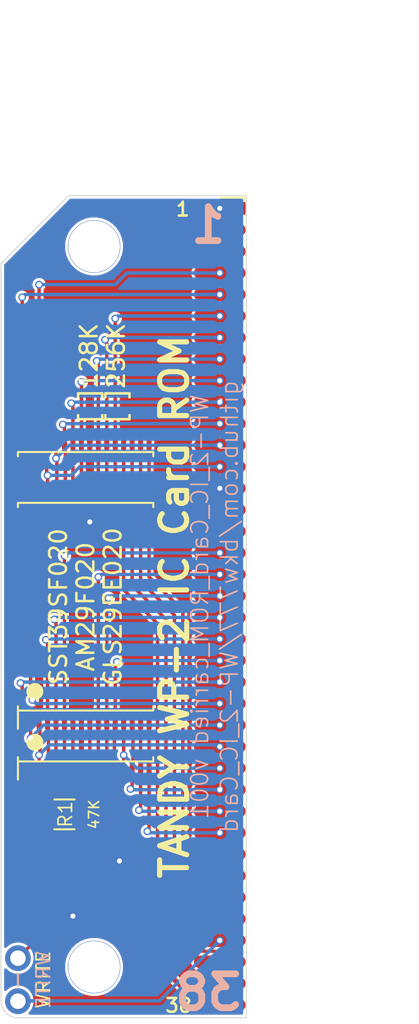
<source format=kicad_pcb>
(kicad_pcb (version 20171130) (host pcbnew 5.1.7-a382d34a8~87~ubuntu20.04.1)

  (general
    (thickness 0.8)
    (drawings 19)
    (tracks 238)
    (zones 0)
    (modules 7)
    (nets 34)
  )

  (page USLetter)
  (title_block
    (title "WP-2 128K RAM IC-Card")
    (date 2020-09-26)
    (company "Brian K. White - b.kenyon.w@gmail.com")
  )

  (layers
    (0 F.Cu signal)
    (31 B.Cu signal)
    (33 F.Adhes user)
    (35 F.Paste user)
    (36 B.SilkS user)
    (37 F.SilkS user)
    (38 B.Mask user)
    (39 F.Mask user)
    (40 Dwgs.User user)
    (41 Cmts.User user hide)
    (42 Eco1.User user hide)
    (43 Eco2.User user hide)
    (44 Edge.Cuts user)
    (45 Margin user hide)
    (46 B.CrtYd user hide)
    (47 F.CrtYd user hide)
    (49 F.Fab user hide)
  )

  (setup
    (last_trace_width 0.18)
    (user_trace_width 0.16)
    (user_trace_width 0.3)
    (trace_clearance 0.16)
    (zone_clearance 0.16)
    (zone_45_only no)
    (trace_min 0.1524)
    (via_size 0.46)
    (via_drill 0.3)
    (via_min_size 0.46)
    (via_min_drill 0.3)
    (uvia_size 0.46)
    (uvia_drill 0.3)
    (uvias_allowed no)
    (uvia_min_size 0.46)
    (uvia_min_drill 0.3)
    (edge_width 0.05)
    (segment_width 0.2)
    (pcb_text_width 0.3)
    (pcb_text_size 1.5 1.5)
    (mod_edge_width 0.12)
    (mod_text_size 1 1)
    (mod_text_width 0.15)
    (pad_size 0.3 1)
    (pad_drill 0)
    (pad_to_mask_clearance 0)
    (solder_mask_min_width 0.22)
    (aux_axis_origin 158.75 99.695)
    (grid_origin 158.75 99.695)
    (visible_elements FFFFFF7F)
    (pcbplotparams
      (layerselection 0x010f0_ffffffff)
      (usegerberextensions true)
      (usegerberattributes true)
      (usegerberadvancedattributes true)
      (creategerberjobfile true)
      (excludeedgelayer true)
      (linewidth 0.100000)
      (plotframeref false)
      (viasonmask false)
      (mode 1)
      (useauxorigin false)
      (hpglpennumber 1)
      (hpglpenspeed 20)
      (hpglpendiameter 15.000000)
      (psnegative false)
      (psa4output false)
      (plotreference true)
      (plotvalue true)
      (plotinvisibletext false)
      (padsonsilk false)
      (subtractmaskfromsilk true)
      (outputformat 1)
      (mirror false)
      (drillshape 0)
      (scaleselection 1)
      (outputdirectory "GERBER_WP-2_IC_Card_ROM_carried"))
  )

  (net 0 "")
  (net 1 GND)
  (net 2 /~CE1)
  (net 3 /~OE)
  (net 4 /D0)
  (net 5 /D1)
  (net 6 /D2)
  (net 7 /D3)
  (net 8 /D4)
  (net 9 /D5)
  (net 10 /D6)
  (net 11 /D7)
  (net 12 /A16)
  (net 13 /A15)
  (net 14 /A14)
  (net 15 /A13)
  (net 16 /A12)
  (net 17 /A11)
  (net 18 /A10)
  (net 19 /A9)
  (net 20 /A8)
  (net 21 /A7)
  (net 22 /A6)
  (net 23 /A5)
  (net 24 /A4)
  (net 25 /A3)
  (net 26 /A2)
  (net 27 /A1)
  (net 28 /A0)
  (net 29 VDD)
  (net 30 /A17)
  (net 31 /~WE)
  (net 32 /R~W)
  (net 33 /A18)

  (net_class Default "This is the default net class."
    (clearance 0.16)
    (trace_width 0.18)
    (via_dia 0.46)
    (via_drill 0.3)
    (uvia_dia 0.46)
    (uvia_drill 0.3)
    (diff_pair_width 0.1524)
    (diff_pair_gap 0.2032)
    (add_net /A0)
    (add_net /A1)
    (add_net /A10)
    (add_net /A11)
    (add_net /A12)
    (add_net /A13)
    (add_net /A14)
    (add_net /A15)
    (add_net /A16)
    (add_net /A17)
    (add_net /A18)
    (add_net /A2)
    (add_net /A3)
    (add_net /A4)
    (add_net /A5)
    (add_net /A6)
    (add_net /A7)
    (add_net /A8)
    (add_net /A9)
    (add_net /D0)
    (add_net /D1)
    (add_net /D2)
    (add_net /D3)
    (add_net /D4)
    (add_net /D5)
    (add_net /D6)
    (add_net /D7)
    (add_net /R~W)
    (add_net /~CE1)
    (add_net /~OE)
    (add_net /~WE)
    (add_net GND)
    (add_net VDD)
  )

  (module 0_LOCAL:Net_Tie_2p_8mil (layer F.Cu) (tedit 5F70D483) (tstamp 5FA39427)
    (at 149.5 105.945 90)
    (path /5FA40EA6)
    (fp_text reference NT1 (at 0 1.016 90) (layer F.SilkS) hide
      (effects (font (size 0.508 0.508) (thickness 0.1016)))
    )
    (fp_text value Net-Tie_2 (at 0 -2 90) (layer F.Fab)
      (effects (font (size 1 1) (thickness 0.01)))
    )
    (fp_line (start -0.2032 0) (end 0.2032 0) (layer F.Cu) (width 0.2032))
    (pad 2 smd circle (at 0.2032 0 90) (size 0.2032 0.2032) (layers F.Cu)
      (net 1 GND))
    (pad 1 smd circle (at -0.2032 0 90) (size 0.2032 0.2032) (layers F.Cu)
      (net 33 /A18))
  )

  (module 0_LOCAL:R_0805 (layer F.Cu) (tedit 5F8B5224) (tstamp 5F898D2F)
    (at 148 111.945 180)
    (descr "Resistor SMD 0805, reflow soldering, Vishay (see dcrcw.pdf)")
    (tags "resistor 0805")
    (path /5F8FDC45)
    (attr smd)
    (fp_text reference R1 (at -0.05 0 90 unlocked) (layer F.SilkS)
      (effects (font (size 0.8 0.8) (thickness 0.1)))
    )
    (fp_text value 47K (at -1.75 0 90) (layer F.SilkS)
      (effects (font (size 0.6 0.6) (thickness 0.1)))
    )
    (fp_line (start 1.55 0.9) (end -1.55 0.9) (layer F.CrtYd) (width 0.05))
    (fp_line (start 1.55 0.9) (end 1.55 -0.9) (layer F.CrtYd) (width 0.05))
    (fp_line (start -1.55 -0.9) (end -1.55 0.9) (layer F.CrtYd) (width 0.05))
    (fp_line (start -1.55 -0.9) (end 1.55 -0.9) (layer F.CrtYd) (width 0.05))
    (fp_line (start -0.6 -0.88) (end 0.6 -0.88) (layer F.SilkS) (width 0.12))
    (fp_line (start 0.6 0.88) (end -0.6 0.88) (layer F.SilkS) (width 0.12))
    (fp_line (start -1 -0.62) (end 1 -0.62) (layer F.Fab) (width 0.1))
    (fp_line (start 1 -0.62) (end 1 0.62) (layer F.Fab) (width 0.1))
    (fp_line (start 1 0.62) (end -1 0.62) (layer F.Fab) (width 0.1))
    (fp_line (start -1 0.62) (end -1 -0.62) (layer F.Fab) (width 0.1))
    (fp_text user %R (at 0 0) (layer F.Fab)
      (effects (font (size 0.5 0.5) (thickness 0.075)))
    )
    (pad 1 smd roundrect (at -0.95 0 180) (size 0.7 1.3) (layers F.Cu F.Paste F.Mask) (roundrect_rratio 0.1)
      (net 29 VDD))
    (pad 2 smd roundrect (at 0.95 0 180) (size 0.7 1.3) (layers F.Cu F.Paste F.Mask) (roundrect_rratio 0.1)
      (net 31 /~WE))
    (model ${KIPRJMOD}/3d/R_0805_2012Metric.step
      (at (xyz 0 0 0))
      (scale (xyz 1 1 1))
      (rotate (xyz 0 0 0))
    )
  )

  (module 0_LOCAL:TSOP32-14mm (layer F.Cu) (tedit 5F8D316E) (tstamp 5F898D85)
    (at 149.25 99.695)
    (descr "Module CMS TSOP 32 pins")
    (tags "CMS TSOP")
    (path /5F906116)
    (attr smd)
    (fp_text reference U2 (at -1.905 -0.508 90) (layer F.SilkS) hide
      (effects (font (size 1 1) (thickness 0.15)))
    )
    (fp_text value "FLASH 256Kx8 5v Parallel" (at 1.27 0 90) (layer F.Fab)
      (effects (font (size 1 1) (thickness 0.15)))
    )
    (fp_circle (center -3 5) (end -2.75 5) (layer F.SilkS) (width 0.5))
    (fp_line (start -4 6.125) (end 4 6.125) (layer F.SilkS) (width 0.12))
    (fp_line (start 4 -6.125) (end -4 -6.125) (layer F.SilkS) (width 0.12))
    (fp_line (start -4 7.2) (end -4 5.875) (layer F.SilkS) (width 0.12))
    (fp_line (start 4 6.125) (end 4 5.875) (layer F.SilkS) (width 0.12))
    (fp_line (start -4 -6.125) (end -4 -5.875) (layer F.SilkS) (width 0.12))
    (fp_line (start 4 -6.125) (end 4 -5.875) (layer F.SilkS) (width 0.12))
    (pad 1 smd roundrect (at -3.75 6.75) (size 0.3 1) (layers F.Cu F.Paste F.Mask) (roundrect_rratio 0.25)
      (net 17 /A11))
    (pad 2 smd roundrect (at -3.25 6.75) (size 0.3 1) (layers F.Cu F.Paste F.Mask) (roundrect_rratio 0.25)
      (net 19 /A9))
    (pad 3 smd roundrect (at -2.75 6.75) (size 0.3 1) (layers F.Cu F.Paste F.Mask) (roundrect_rratio 0.25)
      (net 20 /A8))
    (pad 4 smd roundrect (at -2.25 6.75) (size 0.3 1) (layers F.Cu F.Paste F.Mask) (roundrect_rratio 0.25)
      (net 15 /A13))
    (pad 5 smd roundrect (at -1.75 6.75) (size 0.3 1) (layers F.Cu F.Paste F.Mask) (roundrect_rratio 0.25)
      (net 14 /A14))
    (pad 6 smd roundrect (at -1.25 6.75) (size 0.3 1) (layers F.Cu F.Paste F.Mask) (roundrect_rratio 0.25)
      (net 30 /A17))
    (pad 7 smd roundrect (at -0.75 6.75) (size 0.3 1) (layers F.Cu F.Paste F.Mask) (roundrect_rratio 0.25)
      (net 31 /~WE))
    (pad 8 smd roundrect (at -0.25 6.75) (size 0.3 1) (layers F.Cu F.Paste F.Mask) (roundrect_rratio 0.25)
      (net 29 VDD))
    (pad 9 smd roundrect (at 0.25 6.75) (size 0.3 1) (layers F.Cu F.Paste F.Mask) (roundrect_rratio 0.25)
      (net 33 /A18))
    (pad 10 smd roundrect (at 0.75 6.75) (size 0.3 1) (layers F.Cu F.Paste F.Mask) (roundrect_rratio 0.25)
      (net 12 /A16))
    (pad 11 smd roundrect (at 1.25 6.75) (size 0.3 1) (layers F.Cu F.Paste F.Mask) (roundrect_rratio 0.25)
      (net 13 /A15))
    (pad 12 smd roundrect (at 1.75 6.75) (size 0.3 1) (layers F.Cu F.Paste F.Mask) (roundrect_rratio 0.25)
      (net 16 /A12))
    (pad 13 smd roundrect (at 2.25 6.75) (size 0.3 1) (layers F.Cu F.Paste F.Mask) (roundrect_rratio 0.25)
      (net 21 /A7))
    (pad 14 smd roundrect (at 2.75 6.75) (size 0.3 1) (layers F.Cu F.Paste F.Mask) (roundrect_rratio 0.25)
      (net 22 /A6))
    (pad 15 smd roundrect (at 3.25 6.75) (size 0.3 1) (layers F.Cu F.Paste F.Mask) (roundrect_rratio 0.25)
      (net 23 /A5))
    (pad 16 smd roundrect (at 3.75 6.75) (size 0.3 1) (layers F.Cu F.Paste F.Mask) (roundrect_rratio 0.25)
      (net 24 /A4))
    (pad 17 smd roundrect (at 3.75 -6.75) (size 0.3 1) (layers F.Cu F.Paste F.Mask) (roundrect_rratio 0.25)
      (net 25 /A3))
    (pad 18 smd roundrect (at 3.25 -6.75) (size 0.3 1) (layers F.Cu F.Paste F.Mask) (roundrect_rratio 0.25)
      (net 26 /A2))
    (pad 19 smd roundrect (at 2.75 -6.75) (size 0.3 1) (layers F.Cu F.Paste F.Mask) (roundrect_rratio 0.25)
      (net 27 /A1))
    (pad 20 smd roundrect (at 2.25 -6.75) (size 0.3 1) (layers F.Cu F.Paste F.Mask) (roundrect_rratio 0.25)
      (net 28 /A0))
    (pad 21 smd roundrect (at 1.75 -6.75) (size 0.3 1) (layers F.Cu F.Paste F.Mask) (roundrect_rratio 0.25)
      (net 4 /D0))
    (pad 22 smd roundrect (at 1.25 -6.75) (size 0.3 1) (layers F.Cu F.Paste F.Mask) (roundrect_rratio 0.25)
      (net 5 /D1))
    (pad 23 smd roundrect (at 0.75 -6.75) (size 0.3 1) (layers F.Cu F.Paste F.Mask) (roundrect_rratio 0.25)
      (net 6 /D2))
    (pad 24 smd roundrect (at 0.25 -6.75) (size 0.3 1) (layers F.Cu F.Paste F.Mask) (roundrect_rratio 0.25)
      (net 1 GND))
    (pad 25 smd roundrect (at -0.25 -6.75) (size 0.3 1) (layers F.Cu F.Paste F.Mask) (roundrect_rratio 0.25)
      (net 7 /D3))
    (pad 26 smd roundrect (at -0.75 -6.75) (size 0.3 1) (layers F.Cu F.Paste F.Mask) (roundrect_rratio 0.25)
      (net 8 /D4))
    (pad 27 smd roundrect (at -1.25 -6.75) (size 0.3 1) (layers F.Cu F.Paste F.Mask) (roundrect_rratio 0.25)
      (net 9 /D5))
    (pad 28 smd roundrect (at -1.75 -6.75) (size 0.3 1) (layers F.Cu F.Paste F.Mask) (roundrect_rratio 0.25)
      (net 10 /D6))
    (pad 29 smd roundrect (at -2.25 -6.75) (size 0.3 1) (layers F.Cu F.Paste F.Mask) (roundrect_rratio 0.25)
      (net 11 /D7))
    (pad 30 smd roundrect (at -2.75 -6.75) (size 0.3 1) (layers F.Cu F.Paste F.Mask) (roundrect_rratio 0.25)
      (net 2 /~CE1))
    (pad 31 smd roundrect (at -3.25 -6.75) (size 0.3 1) (layers F.Cu F.Paste F.Mask) (roundrect_rratio 0.25)
      (net 18 /A10))
    (pad 32 smd roundrect (at -3.75 -6.75) (size 0.3 1) (layers F.Cu F.Paste F.Mask) (roundrect_rratio 0.25)
      (net 3 /~OE))
    (model ${KIPRJMOD}/3d/TSOP32_8x14.step
      (at (xyz 0 0 0))
      (scale (xyz 1 1 1))
      (rotate (xyz 0 0 -90))
    )
  )

  (module 0_LOCAL:TSOP32-20mm (layer F.Cu) (tedit 5F8D318C) (tstamp 5F898D5A)
    (at 149.25 99.695)
    (descr "Module CMS TSOP 32 pins")
    (tags "CMS TSOP")
    (path /5FA8764D)
    (attr virtual)
    (fp_text reference U1 (at -1.905 -0.508 90) (layer F.SilkS) hide
      (effects (font (size 1 1) (thickness 0.15)))
    )
    (fp_text value "FLASH 256Kx8 5v Parallel" (at 1.27 0 90) (layer F.Fab)
      (effects (font (size 1 1) (thickness 0.15)))
    )
    (fp_line (start 4 -9.125) (end 4 -8.875) (layer F.SilkS) (width 0.12))
    (fp_line (start -4 -9.125) (end -4 -8.875) (layer F.SilkS) (width 0.12))
    (fp_line (start 4 9.125) (end 4 8.875) (layer F.SilkS) (width 0.12))
    (fp_line (start -4 10.2) (end -4 8.875) (layer F.SilkS) (width 0.12))
    (fp_line (start 4 -9.125) (end -4 -9.125) (layer F.SilkS) (width 0.12))
    (fp_line (start -4 9.125) (end 4 9.125) (layer F.SilkS) (width 0.12))
    (fp_circle (center -3 8) (end -2.75 8) (layer F.SilkS) (width 0.5))
    (pad 1 smd roundrect (at -3.75 9.75) (size 0.3 1) (layers F.Cu F.Paste F.Mask) (roundrect_rratio 0.25)
      (net 17 /A11))
    (pad 2 smd roundrect (at -3.25 9.75) (size 0.3 1) (layers F.Cu F.Paste F.Mask) (roundrect_rratio 0.25)
      (net 19 /A9))
    (pad 3 smd roundrect (at -2.75 9.75) (size 0.3 1) (layers F.Cu F.Paste F.Mask) (roundrect_rratio 0.25)
      (net 20 /A8))
    (pad 4 smd roundrect (at -2.25 9.75) (size 0.3 1) (layers F.Cu F.Paste F.Mask) (roundrect_rratio 0.25)
      (net 15 /A13))
    (pad 5 smd roundrect (at -1.75 9.75) (size 0.3 1) (layers F.Cu F.Paste F.Mask) (roundrect_rratio 0.25)
      (net 14 /A14))
    (pad 6 smd roundrect (at -1.25 9.75) (size 0.3 1) (layers F.Cu F.Paste F.Mask) (roundrect_rratio 0.25)
      (net 30 /A17))
    (pad 7 smd roundrect (at -0.75 9.75) (size 0.3 1) (layers F.Cu F.Paste F.Mask) (roundrect_rratio 0.25)
      (net 31 /~WE))
    (pad 8 smd roundrect (at -0.25 9.75) (size 0.3 1) (layers F.Cu F.Paste F.Mask) (roundrect_rratio 0.25)
      (net 29 VDD))
    (pad 9 smd roundrect (at 0.25 9.75) (size 0.3 1) (layers F.Cu F.Paste F.Mask) (roundrect_rratio 0.25)
      (net 33 /A18))
    (pad 10 smd roundrect (at 0.75 9.75) (size 0.3 1) (layers F.Cu F.Paste F.Mask) (roundrect_rratio 0.25)
      (net 12 /A16))
    (pad 11 smd roundrect (at 1.25 9.75) (size 0.3 1) (layers F.Cu F.Paste F.Mask) (roundrect_rratio 0.25)
      (net 13 /A15))
    (pad 12 smd roundrect (at 1.75 9.75) (size 0.3 1) (layers F.Cu F.Paste F.Mask) (roundrect_rratio 0.25)
      (net 16 /A12))
    (pad 13 smd roundrect (at 2.25 9.75) (size 0.3 1) (layers F.Cu F.Paste F.Mask) (roundrect_rratio 0.25)
      (net 21 /A7))
    (pad 14 smd roundrect (at 2.75 9.75) (size 0.3 1) (layers F.Cu F.Paste F.Mask) (roundrect_rratio 0.25)
      (net 22 /A6))
    (pad 15 smd roundrect (at 3.25 9.75) (size 0.3 1) (layers F.Cu F.Paste F.Mask) (roundrect_rratio 0.25)
      (net 23 /A5))
    (pad 16 smd roundrect (at 3.75 9.75) (size 0.3 1) (layers F.Cu F.Paste F.Mask) (roundrect_rratio 0.25)
      (net 24 /A4))
    (pad 17 smd roundrect (at 3.75 -9.75) (size 0.3 1) (layers F.Cu F.Paste F.Mask) (roundrect_rratio 0.25)
      (net 25 /A3))
    (pad 18 smd roundrect (at 3.25 -9.75) (size 0.3 1) (layers F.Cu F.Paste F.Mask) (roundrect_rratio 0.25)
      (net 26 /A2))
    (pad 19 smd roundrect (at 2.75 -9.75) (size 0.3 1) (layers F.Cu F.Paste F.Mask) (roundrect_rratio 0.25)
      (net 27 /A1))
    (pad 20 smd roundrect (at 2.25 -9.75) (size 0.3 1) (layers F.Cu F.Paste F.Mask) (roundrect_rratio 0.25)
      (net 28 /A0))
    (pad 21 smd roundrect (at 1.75 -9.75) (size 0.3 1) (layers F.Cu F.Paste F.Mask) (roundrect_rratio 0.25)
      (net 4 /D0))
    (pad 22 smd roundrect (at 1.25 -9.75) (size 0.3 1) (layers F.Cu F.Paste F.Mask) (roundrect_rratio 0.25)
      (net 5 /D1))
    (pad 23 smd roundrect (at 0.75 -9.75) (size 0.3 1) (layers F.Cu F.Paste F.Mask) (roundrect_rratio 0.25)
      (net 6 /D2))
    (pad 24 smd roundrect (at 0.25 -9.75) (size 0.3 1) (layers F.Cu F.Paste F.Mask) (roundrect_rratio 0.25)
      (net 1 GND))
    (pad 25 smd roundrect (at -0.25 -9.75) (size 0.3 1) (layers F.Cu F.Paste F.Mask) (roundrect_rratio 0.25)
      (net 7 /D3))
    (pad 26 smd roundrect (at -0.75 -9.75) (size 0.3 1) (layers F.Cu F.Paste F.Mask) (roundrect_rratio 0.25)
      (net 8 /D4))
    (pad 27 smd roundrect (at -1.25 -9.75) (size 0.3 1) (layers F.Cu F.Paste F.Mask) (roundrect_rratio 0.25)
      (net 9 /D5))
    (pad 28 smd roundrect (at -1.75 -9.75) (size 0.3 1) (layers F.Cu F.Paste F.Mask) (roundrect_rratio 0.25)
      (net 10 /D6))
    (pad 29 smd roundrect (at -2.25 -9.75) (size 0.3 1) (layers F.Cu F.Paste F.Mask) (roundrect_rratio 0.25)
      (net 11 /D7))
    (pad 30 smd roundrect (at -2.75 -9.75) (size 0.3 1) (layers F.Cu F.Paste F.Mask) (roundrect_rratio 0.25)
      (net 2 /~CE1))
    (pad 31 smd roundrect (at -3.25 -9.75) (size 0.3 1) (layers F.Cu F.Paste F.Mask) (roundrect_rratio 0.25)
      (net 18 /A10))
    (pad 32 smd roundrect (at -3.75 -9.75) (size 0.3 1) (layers F.Cu F.Paste F.Mask) (roundrect_rratio 0.25)
      (net 3 /~OE))
    (model ${KIPRJMOD}/3d/TSOP32_8X20.step
      (at (xyz 0 0 0))
      (scale (xyz 1 1 1))
      (rotate (xyz 0 0 -90))
    )
  )

  (module 0_LOCAL:JP2 (layer F.Cu) (tedit 5F8B1E86) (tstamp 5F8B2148)
    (at 145.25 121.695 90)
    (path /5F96166C)
    (fp_text reference JP1 (at 0 1.5 90) (layer F.SilkS) hide
      (effects (font (size 0.8128 0.8128) (thickness 0.0762)))
    )
    (fp_text value Write-Enable (at 0 1.5 90) (layer F.SilkS) hide
      (effects (font (size 0.8 0.8) (thickness 0.1)))
    )
    (pad 1 thru_hole circle (at -1.27 0 90) (size 1.524 1.524) (drill 0.9144) (layers *.Cu *.Mask)
      (net 32 /R~W))
    (pad 2 thru_hole circle (at 1.27 0 90) (size 1.524 1.524) (drill 0.9144) (layers *.Cu *.Mask)
      (net 31 /~WE))
  )

  (module 0_LOCAL:WP-2_IC_Card_Carrier_v003 (layer F.Cu) (tedit 5F8936E5) (tstamp 5F9CABBD)
    (at 158.75 99.695)
    (attr virtual)
    (fp_text reference Carrier (at 0 -2 270) (layer Dwgs.User) hide
      (effects (font (size 4 4) (thickness 0.12)))
    )
    (fp_text value WP-2_IC_Card_Carrier_v003 (at 0 2 270) (layer F.Fab) hide
      (effects (font (size 4 4) (thickness 0.01)))
    )
    (fp_line (start -3 22.5) (end -3 -22.5) (layer Dwgs.User) (width 0.12))
    (fp_line (start -13.75 -17.75) (end -13.75 17.75) (layer Dwgs.User) (width 0.12))
    (fp_line (start -5.5 23.5) (end -4 23.5) (layer Dwgs.User) (width 0.12))
    (fp_line (start 0 24.25) (end 0 -24.25) (layer Dwgs.User) (width 0.12))
    (fp_line (start -4 -23.5) (end -5.5 -23.5) (layer Dwgs.User) (width 0.12))
    (fp_line (start -12.75 -18.75) (end -9 -18.75) (layer Dwgs.User) (width 0.12))
    (fp_line (start -6.5 -22.5) (end -6.5 -21.25) (layer Dwgs.User) (width 0.12))
    (fp_line (start -6.5 22.5) (end -6.5 21.25) (layer Dwgs.User) (width 0.12))
    (fp_line (start -9 18.75) (end -12.75 18.75) (layer Dwgs.User) (width 0.12))
    (fp_line (start 0 24.25) (end -14.5 24.25) (layer Dwgs.User) (width 0.12))
    (fp_line (start -14.5 24.25) (end -14.5 -20.25) (layer Dwgs.User) (width 0.12))
    (fp_line (start -10.5 -24.25) (end 0 -24.25) (layer Dwgs.User) (width 0.12))
    (fp_line (start -14.5 -20.25) (end -10.5 -24.25) (layer Dwgs.User) (width 0.12))
    (fp_arc (start -4 22.5) (end -4 23.5) (angle -90) (layer Dwgs.User) (width 0.12))
    (fp_arc (start -5.5 22.5) (end -6.5 22.5) (angle -90) (layer Dwgs.User) (width 0.12))
    (fp_arc (start -12.75 17.75) (end -13.75 17.75) (angle -90) (layer Dwgs.User) (width 0.12))
    (fp_arc (start -4 -22.5) (end -3 -22.5) (angle -90) (layer Dwgs.User) (width 0.12))
    (fp_arc (start -5.5 -22.5) (end -5.5 -23.5) (angle -90) (layer Dwgs.User) (width 0.12))
    (fp_arc (start -12.75 -17.75) (end -12.75 -18.75) (angle -90) (layer Dwgs.User) (width 0.12))
    (fp_arc (start -9 -21.25) (end -9 -18.75) (angle -90) (layer Dwgs.User) (width 0.12))
    (fp_arc (start -9 21.25) (end -6.5 21.25) (angle -90) (layer Dwgs.User) (width 0.12))
    (pad "" np_thru_hole circle (at -9 21.25 180) (size 3.1 3.1) (drill 3.05) (layers *.Cu *.Mask))
    (pad "" np_thru_hole circle (at -9 -21.25 180) (size 3.1 3.1) (drill 3.05) (layers *.Cu *.Mask))
    (model /home/bkw/src/WP-2_IC_Card/Carrier/WP-2_IC_Card_Carrier_v003.step
      (offset (xyz 0 0 1.8))
      (scale (xyz 1 1 1))
      (rotate (xyz 0 180 -90))
    )
  )

  (module 0_LOCAL:PinSocket_1x38x1.27_edge_s (layer F.Cu) (tedit 5F7C31EE) (tstamp 5F74043C)
    (at 158.75 99.695)
    (descr "Through hole straight socket strip, 1x38, 1.27mm pitch, single row")
    (tags "Through hole socket strip THT 1x38 1.27mm single row")
    (path /5F6EF0A3)
    (attr smd)
    (fp_text reference J1 (at -2.8956 4.4196 -90) (layer F.SilkS) hide
      (effects (font (size 1 1) (thickness 0.15)))
    )
    (fp_text value Conn_01x38_Female (at -2.921 23.114 -90) (layer F.Fab)
      (effects (font (size 1 1) (thickness 0.15)))
    )
    (fp_line (start -1.524 -24.13) (end -0.127 -24.13) (layer F.SilkS) (width 0.12))
    (fp_line (start -0.127 -24.13) (end -0.127 -23.9395) (layer F.SilkS) (width 0.12))
    (fp_line (start 5.08 -24.13) (end 8.509 -24.13) (layer F.Fab) (width 0.08))
    (fp_line (start 8.509 -24.13) (end 8.509 24.13) (layer F.Fab) (width 0.08))
    (fp_line (start 8.509 24.13) (end 5.08 24.13) (layer F.Fab) (width 0.08))
    (fp_line (start 0.1905 -22.5425) (end 6.0325 -22.5425) (layer F.Fab) (width 0.08))
    (fp_line (start 0.1905 -21.9075) (end 6.0325 -21.9075) (layer F.Fab) (width 0.08))
    (fp_line (start 0.1905 -21.9075) (end 0 -22.098) (layer F.Fab) (width 0.08))
    (fp_line (start 0.1905 -22.5425) (end 0 -22.352) (layer F.Fab) (width 0.08))
    (fp_line (start 0 -22.352) (end 0 -22.098) (layer F.Fab) (width 0.08))
    (fp_line (start 6.0325 -22.5425) (end 6.0325 -21.9075) (layer F.Fab) (width 0.08))
    (fp_line (start 2.794 -18.0975) (end 2.6035 -18.288) (layer F.Fab) (width 0.08))
    (fp_line (start 2.794 -18.7325) (end 8.636 -18.7325) (layer F.Fab) (width 0.08))
    (fp_line (start 2.794 -18.7325) (end 2.6035 -18.542) (layer F.Fab) (width 0.08))
    (fp_line (start 2.794 -18.0975) (end 8.636 -18.0975) (layer F.Fab) (width 0.08))
    (fp_line (start 2.6035 -18.288) (end 2.6035 -18.542) (layer F.Fab) (width 0.08))
    (fp_line (start 8.636 -18.0975) (end 8.636 -18.7325) (layer F.Fab) (width 0.08))
    (fp_line (start 3.7465 -22.6695) (end 3.7465 -25.4) (layer F.Fab) (width 0.08))
    (fp_line (start 3.7465 -22.6695) (end 3.556 -22.86) (layer F.Fab) (width 0.08))
    (fp_line (start 3.7465 -22.6695) (end 3.937 -22.86) (layer F.Fab) (width 0.08))
    (fp_line (start 4.3815 -24.257) (end 4.572 -24.4475) (layer F.Fab) (width 0.08))
    (fp_line (start 4.3815 -24.257) (end 4.191 -24.4475) (layer F.Fab) (width 0.08))
    (fp_line (start 4.3815 -24.257) (end 4.3815 -25.4) (layer F.Fab) (width 0.08))
    (fp_line (start 3.7465 -25.4) (end 4.3815 -25.4) (layer F.Fab) (width 0.08))
    (fp_line (start 4.3815 -25.4) (end 4.064 -25.4) (layer F.Fab) (width 0.08))
    (fp_line (start 4.064 -25.4) (end 4.064 -26.035) (layer F.Fab) (width 0.08))
    (fp_line (start 7.62 -18.8595) (end 7.8105 -19.05) (layer F.Fab) (width 0.08))
    (fp_line (start 7.62 -18.8595) (end 7.4295 -19.05) (layer F.Fab) (width 0.08))
    (fp_line (start 7.62 -18.8595) (end 7.62 -25.4) (layer F.Fab) (width 0.08))
    (fp_line (start 8.255 -24.257) (end 8.255 -25.4) (layer F.Fab) (width 0.08))
    (fp_line (start 8.255 -25.4) (end 7.9375 -25.4) (layer F.Fab) (width 0.08))
    (fp_line (start 8.255 -24.257) (end 8.4455 -24.4475) (layer F.Fab) (width 0.08))
    (fp_line (start 7.62 -25.4) (end 8.255 -25.4) (layer F.Fab) (width 0.08))
    (fp_line (start 8.255 -24.257) (end 8.0645 -24.4475) (layer F.Fab) (width 0.08))
    (fp_line (start 7.9375 -25.4) (end 7.9375 -26.035) (layer F.Fab) (width 0.08))
    (fp_line (start 0 -24.13) (end 4.3815 -24.13) (layer F.Fab) (width 0.08))
    (fp_line (start 4.3815 -24.13) (end 4.3815 24.13) (layer F.Fab) (width 0.08))
    (fp_line (start 4.3815 24.13) (end 0 24.13) (layer F.Fab) (width 0.08))
    (fp_line (start 0 24.13) (end 0 -24.13) (layer F.Fab) (width 0.08))
    (fp_text user "pins 6.0mm" (at 9.8425 -20.574 -90) (layer F.Fab)
      (effects (font (size 0.5 0.5) (thickness 0.05)))
    )
    (fp_text user "Height 8.5mm, Bottom 2.5mm" (at 7.112 -30.0355 -90) (layer F.Fab)
      (effects (font (size 0.5 0.5) (thickness 0.05)))
    )
    (fp_text user "samtec header" (at 8.001 -28.956 -90) (layer F.Fab)
      (effects (font (size 0.5 0.5) (thickness 0.05)))
    )
    (fp_text user "Height 4.4mm, Bottom 0mm" (at 3.2385 -29.718 -90) (layer F.Fab)
      (effects (font (size 0.5 0.5) (thickness 0.05)))
    )
    (fp_text user "generic header" (at 4.1275 -28.956 -90) (layer F.Fab)
      (effects (font (size 0.5 0.5) (thickness 0.05)))
    )
    (fp_text user %R (at 0 -1.695) (layer F.Fab) hide
      (effects (font (size 1 1) (thickness 0.15)))
    )
    (pad 1 smd roundrect (at -1.57 -23.495) (size 3.048 0.762) (layers F.Cu F.Paste F.Mask) (roundrect_rratio 0.1)
      (net 1 GND))
    (pad 2 smd oval (at -1.57 -22.225) (size 3.048 0.762) (layers F.Cu F.Paste F.Mask))
    (pad 3 smd oval (at -1.57 -20.955) (size 3.048 0.762) (layers F.Cu F.Paste F.Mask))
    (pad 4 smd oval (at -1.57 -19.685) (size 3.048 0.762) (layers F.Cu F.Paste F.Mask)
      (net 2 /~CE1))
    (pad 5 smd oval (at -1.57 -18.415) (size 3.048 0.762) (layers F.Cu F.Paste F.Mask)
      (net 3 /~OE))
    (pad 6 smd oval (at -1.57 -17.145) (size 3.048 0.762) (layers F.Cu F.Paste F.Mask)
      (net 4 /D0))
    (pad 7 smd oval (at -1.57 -15.875) (size 3.048 0.762) (layers F.Cu F.Paste F.Mask)
      (net 5 /D1))
    (pad 8 smd oval (at -1.57 -14.605) (size 3.048 0.762) (layers F.Cu F.Paste F.Mask)
      (net 6 /D2))
    (pad 9 smd oval (at -1.57 -13.335) (size 3.048 0.762) (layers F.Cu F.Paste F.Mask)
      (net 7 /D3))
    (pad 10 smd oval (at -1.57 -12.065) (size 3.048 0.762) (layers F.Cu F.Paste F.Mask)
      (net 8 /D4))
    (pad 11 smd oval (at -1.57 -10.795) (size 3.048 0.762) (layers F.Cu F.Paste F.Mask)
      (net 9 /D5))
    (pad 12 smd oval (at -1.57 -9.525) (size 3.048 0.762) (layers F.Cu F.Paste F.Mask)
      (net 10 /D6))
    (pad 13 smd oval (at -1.57 -8.255) (size 3.048 0.762) (layers F.Cu F.Paste F.Mask)
      (net 11 /D7))
    (pad 14 smd oval (at -1.57 -6.985) (size 3.048 0.762) (layers F.Cu F.Paste F.Mask)
      (net 1 GND))
    (pad 15 smd oval (at -1.57 -5.715) (size 3.048 0.762) (layers F.Cu F.Paste F.Mask))
    (pad 16 smd oval (at -1.57 -4.445) (size 3.048 0.762) (layers F.Cu F.Paste F.Mask))
    (pad 17 smd oval (at -1.57 -3.175) (size 3.048 0.762) (layers F.Cu F.Paste F.Mask)
      (net 30 /A17))
    (pad 18 smd oval (at -1.57 -1.905) (size 3.048 0.762) (layers F.Cu F.Paste F.Mask)
      (net 12 /A16))
    (pad 19 smd oval (at -1.57 -0.635) (size 3.048 0.762) (layers F.Cu F.Paste F.Mask)
      (net 13 /A15))
    (pad 20 smd oval (at -1.57 0.635) (size 3.048 0.762) (layers F.Cu F.Paste F.Mask)
      (net 14 /A14))
    (pad 21 smd oval (at -1.57 1.905) (size 3.048 0.762) (layers F.Cu F.Paste F.Mask)
      (net 15 /A13))
    (pad 22 smd oval (at -1.57 3.175) (size 3.048 0.762) (layers F.Cu F.Paste F.Mask)
      (net 16 /A12))
    (pad 23 smd oval (at -1.57 4.445) (size 3.048 0.762) (layers F.Cu F.Paste F.Mask)
      (net 17 /A11))
    (pad 24 smd oval (at -1.57 5.715) (size 3.048 0.762) (layers F.Cu F.Paste F.Mask)
      (net 18 /A10))
    (pad 25 smd oval (at -1.57 6.985) (size 3.048 0.762) (layers F.Cu F.Paste F.Mask)
      (net 19 /A9))
    (pad 26 smd oval (at -1.57 8.255) (size 3.048 0.762) (layers F.Cu F.Paste F.Mask)
      (net 20 /A8))
    (pad 27 smd oval (at -1.57 9.525) (size 3.048 0.762) (layers F.Cu F.Paste F.Mask)
      (net 21 /A7))
    (pad 28 smd oval (at -1.57 10.795) (size 3.048 0.762) (layers F.Cu F.Paste F.Mask)
      (net 22 /A6))
    (pad 29 smd oval (at -1.57 12.065) (size 3.048 0.762) (layers F.Cu F.Paste F.Mask)
      (net 23 /A5))
    (pad 30 smd oval (at -1.57 13.335) (size 3.048 0.762) (layers F.Cu F.Paste F.Mask)
      (net 24 /A4))
    (pad 31 smd oval (at -1.57 14.605) (size 3.048 0.762) (layers F.Cu F.Paste F.Mask)
      (net 25 /A3))
    (pad 32 smd oval (at -1.57 15.875) (size 3.048 0.762) (layers F.Cu F.Paste F.Mask)
      (net 26 /A2))
    (pad 33 smd oval (at -1.57 17.145) (size 3.048 0.762) (layers F.Cu F.Paste F.Mask)
      (net 27 /A1))
    (pad 34 smd oval (at -1.57 18.415) (size 3.048 0.762) (layers F.Cu F.Paste F.Mask)
      (net 28 /A0))
    (pad 35 smd oval (at -1.57 19.685) (size 3.048 0.762) (layers F.Cu F.Paste F.Mask)
      (net 32 /R~W))
    (pad 36 smd oval (at -1.57 20.955) (size 3.048 0.762) (layers F.Cu F.Paste F.Mask))
    (pad 37 smd oval (at -1.57 22.225) (size 3.048 0.762) (layers F.Cu F.Paste F.Mask))
    (pad 38 smd oval (at -1.57 23.495) (size 3.048 0.762) (layers F.Cu F.Paste F.Mask)
      (net 29 VDD))
    (model ${KIPRJMOD}/3d/PinSocket_1x38_P1.27mm_Vertical.step_x
      (offset (xyz 0 23.495 0.1))
      (scale (xyz 1 1 1))
      (rotate (xyz 0 -90 0))
    )
    (model ${KIPRJMOD}/3d/SMS-138-01-x-x.step
      (offset (xyz 0 0 0.25))
      (scale (xyz 1 1 1))
      (rotate (xyz 0 0 90))
    )
  )

  (gr_text "[ ]128K\n[ ]256K" (at 150.25 85.945 90) (layer F.SilkS)
    (effects (font (size 1 1) (thickness 0.15)))
  )
  (gr_text 1 (at 156.5 77.195) (layer B.SilkS) (tstamp 5F8D1C95)
    (effects (font (size 2 2) (thickness 0.4)) (justify mirror))
  )
  (gr_text 38 (at 156.5 122.445) (layer B.SilkS)
    (effects (font (size 2 2) (thickness 0.4)) (justify mirror))
  )
  (gr_text "SST39SF020\nAM29F020\nGLS29EE020" (at 149.25 99.695 90) (layer F.SilkS)
    (effects (font (size 1 1) (thickness 0.15)))
  )
  (gr_line (start 145.25 122.045) (end 145.25 121.345) (layer F.SilkS) (width 0.12) (tstamp 5F8B2E1F))
  (gr_text WRITE (at 146.75 121.695 90) (layer F.SilkS) (tstamp 5F8B2D20)
    (effects (font (size 0.8 0.8) (thickness 0.1)))
  )
  (gr_line (start 145.25 121.345) (end 145.25 122.045) (layer B.SilkS) (width 0.12))
  (gr_text WRITE (at 146.75 121.695 -270) (layer B.SilkS)
    (effects (font (size 0.8 0.8) (thickness 0.1)) (justify mirror))
  )
  (gr_text "TANDY WP-2 IC Card ROM" (at 154.5 99.695 90) (layer F.SilkS)
    (effects (font (size 1.6 1.6) (thickness 0.3)))
  )
  (gr_arc (start 145.25 122.945) (end 144.25 122.945) (angle -90) (layer Edge.Cuts) (width 0.05))
  (gr_line (start 144.25 79.445) (end 148.25 75.445) (layer Edge.Cuts) (width 0.05))
  (gr_line (start 158.75 123.945) (end 158.75 75.445) (layer Edge.Cuts) (width 0.05) (tstamp 5F759583))
  (gr_line (start 145.25 123.945) (end 158.75 123.945) (layer Edge.Cuts) (width 0.05))
  (gr_line (start 144.25 79.445) (end 144.25 122.945) (layer Edge.Cuts) (width 0.05))
  (gr_line (start 158.75 75.445) (end 148.25 75.445) (layer Edge.Cuts) (width 0.05))
  (gr_text "WP-2_IC_Card_ROM_carried v001" (at 156 99.695 -270) (layer B.SilkS)
    (effects (font (size 1 1) (thickness 0.1)) (justify mirror))
  )
  (gr_text 38 (at 154.75 123.2154) (layer F.SilkS) (tstamp 5F712A00)
    (effects (font (size 0.8128 0.8128) (thickness 0.1524)))
  )
  (gr_text 1 (at 154.9948 76.2508) (layer F.SilkS) (tstamp 5F7129FD)
    (effects (font (size 0.8128 0.8128) (thickness 0.1524)))
  )
  (gr_text github.com/bkw777/WP-2_IC_Card (at 157.75 99.695 -270) (layer B.SilkS) (tstamp 5F7129FA)
    (effects (font (size 1 1) (thickness 0.1)) (justify mirror))
  )

  (via (at 157.18 92.71) (size 0.46) (drill 0.3) (layers F.Cu B.Cu) (net 1))
  (via (at 157.18 76.2) (size 0.46) (drill 0.3) (layers F.Cu B.Cu) (net 1))
  (via (at 151.25 114.695) (size 0.46) (drill 0.3) (layers F.Cu B.Cu) (net 1))
  (via (at 148.5 117.945) (size 0.46) (drill 0.3) (layers F.Cu B.Cu) (net 1))
  (via (at 149.5 94.695) (size 0.46) (drill 0.3) (layers F.Cu B.Cu) (net 1))
  (segment (start 149.24 105.535) (end 149.49 105.535) (width 0.5) (layer F.Cu) (net 1))
  (via (at 157.18 80.01) (size 0.46) (drill 0.3) (layers F.Cu B.Cu) (net 2))
  (segment (start 146.5 89.945) (end 146.5 80.695) (width 0.2032) (layer F.Cu) (net 2))
  (segment (start 151.685 80.01) (end 157.18 80.01) (width 0.2032) (layer B.Cu) (net 2))
  (segment (start 151 80.695) (end 151.685 80.01) (width 0.2032) (layer B.Cu) (net 2))
  (segment (start 146.5 80.695) (end 151 80.695) (width 0.2032) (layer B.Cu) (net 2))
  (via (at 146.5 80.695) (size 0.46) (drill 0.3) (layers F.Cu B.Cu) (net 2))
  (segment (start 146.45 89.995) (end 146.5 89.945) (width 0.2032) (layer F.Cu) (net 2))
  (segment (start 146.45 92.895) (end 146.45 89.995) (width 0.2032) (layer F.Cu) (net 2))
  (segment (start 146.5 92.945) (end 146.45 92.895) (width 0.2032) (layer F.Cu) (net 2))
  (segment (start 145.5 92.945) (end 145.5 89.945) (width 0.2032) (layer F.Cu) (net 3))
  (via (at 157.18 81.28) (size 0.46) (drill 0.3) (layers F.Cu B.Cu) (net 3))
  (segment (start 157.18 81.28) (end 145.665 81.28) (width 0.2032) (layer B.Cu) (net 3))
  (segment (start 145.665 81.28) (end 145.5 81.445) (width 0.2032) (layer B.Cu) (net 3))
  (segment (start 145.5 81.445) (end 145.5 81.445) (width 0.2032) (layer B.Cu) (net 3) (tstamp 5F9CDD57))
  (via (at 145.5 81.445) (size 0.46) (drill 0.3) (layers F.Cu B.Cu) (net 3))
  (segment (start 145.5 89.945) (end 145.5 81.445) (width 0.2032) (layer F.Cu) (net 3))
  (segment (start 151 92.945) (end 151 89.945) (width 0.2032) (layer F.Cu) (net 4))
  (via (at 157.18 82.55) (size 0.46) (drill 0.3) (layers F.Cu B.Cu) (net 4))
  (segment (start 157.18 82.55) (end 151.145 82.55) (width 0.2032) (layer B.Cu) (net 4))
  (segment (start 151.145 82.55) (end 151 82.695) (width 0.2032) (layer B.Cu) (net 4))
  (segment (start 151 82.695) (end 151 82.695) (width 0.2032) (layer B.Cu) (net 4) (tstamp 5F9CDCCF))
  (via (at 151 82.695) (size 0.46) (drill 0.3) (layers F.Cu B.Cu) (net 4))
  (segment (start 151 89.945) (end 151 82.695) (width 0.2032) (layer F.Cu) (net 4))
  (segment (start 150.5 92.945) (end 150.5 89.945) (width 0.2032) (layer F.Cu) (net 5))
  (via (at 157.18 83.82) (size 0.46) (drill 0.3) (layers F.Cu B.Cu) (net 5))
  (segment (start 150.5 84.045) (end 150.4 83.945) (width 0.2032) (layer F.Cu) (net 5))
  (segment (start 150.5 89.945) (end 150.5 84.045) (width 0.2032) (layer F.Cu) (net 5))
  (segment (start 150.525 83.82) (end 157.18 83.82) (width 0.2032) (layer B.Cu) (net 5))
  (segment (start 150.4 83.945) (end 150.525 83.82) (width 0.2032) (layer B.Cu) (net 5))
  (via (at 150.4 83.945) (size 0.46) (drill 0.3) (layers F.Cu B.Cu) (net 5))
  (segment (start 150 92.945) (end 150 89.945) (width 0.2032) (layer F.Cu) (net 6))
  (via (at 157.18 85.09) (size 0.46) (drill 0.3) (layers F.Cu B.Cu) (net 6))
  (segment (start 150 85.295) (end 149.9 85.195) (width 0.2032) (layer F.Cu) (net 6))
  (segment (start 150 89.945) (end 150 85.295) (width 0.2032) (layer F.Cu) (net 6))
  (segment (start 150.005 85.09) (end 157.18 85.09) (width 0.2032) (layer B.Cu) (net 6))
  (segment (start 149.9 85.195) (end 150.005 85.09) (width 0.2032) (layer B.Cu) (net 6))
  (via (at 149.9 85.195) (size 0.46) (drill 0.3) (layers F.Cu B.Cu) (net 6))
  (via (at 157.18 86.36) (size 0.46) (drill 0.3) (layers F.Cu B.Cu) (net 7))
  (segment (start 149 92.945) (end 149 89.945) (width 0.2032) (layer F.Cu) (net 7))
  (segment (start 149 86.445) (end 149 86.445) (width 0.2032) (layer B.Cu) (net 7) (tstamp 5F9CD3E9))
  (segment (start 149.085 86.36) (end 157.18 86.36) (width 0.2032) (layer B.Cu) (net 7))
  (segment (start 149 86.445) (end 149 89.945) (width 0.2032) (layer F.Cu) (net 7))
  (segment (start 149 86.445) (end 149.085 86.36) (width 0.2032) (layer B.Cu) (net 7))
  (via (at 149 86.445) (size 0.46) (drill 0.3) (layers F.Cu B.Cu) (net 7))
  (via (at 157.18 87.63) (size 0.46) (drill 0.3) (layers F.Cu B.Cu) (net 8))
  (segment (start 148.5 92.945) (end 148.5 89.945) (width 0.2032) (layer F.Cu) (net 8))
  (segment (start 148.5 89.945) (end 148.5 87.795) (width 0.2032) (layer F.Cu) (net 8))
  (segment (start 148.465 87.63) (end 157.18 87.63) (width 0.2032) (layer B.Cu) (net 8))
  (segment (start 148.5 87.795) (end 148.4 87.695) (width 0.2032) (layer F.Cu) (net 8))
  (segment (start 148.4 87.695) (end 148.465 87.63) (width 0.2032) (layer B.Cu) (net 8))
  (via (at 148.4 87.695) (size 0.46) (drill 0.3) (layers F.Cu B.Cu) (net 8))
  (via (at 157.18 88.9) (size 0.46) (drill 0.3) (layers F.Cu B.Cu) (net 9))
  (segment (start 148.05 89.995) (end 148 89.945) (width 0.2032) (layer F.Cu) (net 9))
  (segment (start 148.05 92.895) (end 148.05 89.995) (width 0.2032) (layer F.Cu) (net 9))
  (segment (start 148 92.945) (end 148.05 92.895) (width 0.2032) (layer F.Cu) (net 9))
  (segment (start 148 89.045) (end 148 89.945) (width 0.2032) (layer F.Cu) (net 9))
  (segment (start 147.9 88.945) (end 148 89.045) (width 0.2032) (layer F.Cu) (net 9))
  (segment (start 147.945 88.9) (end 157.18 88.9) (width 0.2032) (layer B.Cu) (net 9))
  (segment (start 147.9 88.945) (end 147.945 88.9) (width 0.2032) (layer B.Cu) (net 9))
  (via (at 147.9 88.945) (size 0.46) (drill 0.3) (layers F.Cu B.Cu) (net 9))
  (via (at 157.18 90.17) (size 0.46) (drill 0.3) (layers F.Cu B.Cu) (net 10))
  (segment (start 148.275 90.17) (end 157.18 90.17) (width 0.2032) (layer B.Cu) (net 10))
  (segment (start 147.5 90.945) (end 148.275 90.17) (width 0.2032) (layer B.Cu) (net 10))
  (segment (start 147.55 92.895) (end 147.5 92.945) (width 0.2032) (layer F.Cu) (net 10))
  (segment (start 147.5 90.945) (end 147.5 89.945) (width 0.2032) (layer F.Cu) (net 10))
  (segment (start 147.55 90.995) (end 147.55 92.895) (width 0.2032) (layer F.Cu) (net 10))
  (segment (start 147.5 90.945) (end 147.55 90.995) (width 0.2032) (layer F.Cu) (net 10))
  (via (at 147.5 90.945) (size 0.46) (drill 0.3) (layers F.Cu B.Cu) (net 10))
  (via (at 157.18 91.44) (size 0.46) (drill 0.3) (layers F.Cu B.Cu) (net 11))
  (segment (start 146.95 89.995) (end 147 89.945) (width 0.2032) (layer F.Cu) (net 11))
  (segment (start 146.95 91.895) (end 146.95 89.995) (width 0.2032) (layer F.Cu) (net 11))
  (segment (start 147 91.945) (end 146.95 91.895) (width 0.2032) (layer F.Cu) (net 11))
  (segment (start 147 92.945) (end 147 91.945) (width 0.2032) (layer F.Cu) (net 11))
  (via (at 147 91.945) (size 0.46) (drill 0.3) (layers F.Cu B.Cu) (net 11))
  (segment (start 148.4 91.945) (end 147 91.945) (width 0.2032) (layer B.Cu) (net 11))
  (segment (start 148.905 91.44) (end 148.4 91.945) (width 0.2032) (layer B.Cu) (net 11))
  (segment (start 157.18 91.44) (end 148.905 91.44) (width 0.2032) (layer B.Cu) (net 11))
  (segment (start 157.23 97.79) (end 157.23 97.79) (width 0.254) (layer F.Cu) (net 12) (tstamp 5F712BA1))
  (via (at 157.18 97.79) (size 0.46) (drill 0.3) (layers F.Cu B.Cu) (net 12))
  (segment (start 150 109.445) (end 150 106.445) (width 0.2032) (layer F.Cu) (net 12))
  (segment (start 157.18 97.79) (end 150.155 97.79) (width 0.2032) (layer B.Cu) (net 12))
  (segment (start 150.155 97.79) (end 150 97.945) (width 0.2032) (layer B.Cu) (net 12))
  (segment (start 150 97.945) (end 150 97.945) (width 0.2032) (layer B.Cu) (net 12) (tstamp 5F9CCFE9))
  (via (at 150 97.945) (size 0.46) (drill 0.3) (layers F.Cu B.Cu) (net 12))
  (segment (start 150 106.445) (end 150 97.945) (width 0.2032) (layer F.Cu) (net 12))
  (via (at 157.18 99.06) (size 0.46) (drill 0.3) (layers F.Cu B.Cu) (net 13))
  (segment (start 150.5 109.445) (end 150.5 106.445) (width 0.2032) (layer F.Cu) (net 13))
  (segment (start 150.5 99.195) (end 150.5 99.195) (width 0.2032) (layer B.Cu) (net 13) (tstamp 5F9CCF61))
  (segment (start 150.5 99.295) (end 150.6 99.195) (width 0.2032) (layer F.Cu) (net 13))
  (segment (start 150.5 106.445) (end 150.5 99.295) (width 0.2032) (layer F.Cu) (net 13))
  (segment (start 150.735 99.06) (end 157.18 99.06) (width 0.2032) (layer B.Cu) (net 13))
  (segment (start 150.6 99.195) (end 150.735 99.06) (width 0.2032) (layer B.Cu) (net 13))
  (via (at 150.6 99.195) (size 0.46) (drill 0.3) (layers F.Cu B.Cu) (net 13))
  (segment (start 157.23 100.33) (end 157.23 100.33) (width 0.254) (layer F.Cu) (net 14) (tstamp 5F712AC9))
  (via (at 157.18 100.33) (size 0.46) (drill 0.3) (layers F.Cu B.Cu) (net 14))
  (segment (start 147.5 109.445) (end 147.5 106.445) (width 0.2032) (layer F.Cu) (net 14))
  (segment (start 147.5 100.545) (end 147.4 100.445) (width 0.2032) (layer F.Cu) (net 14))
  (segment (start 147.5 106.445) (end 147.5 100.545) (width 0.2032) (layer F.Cu) (net 14))
  (segment (start 147.515 100.33) (end 157.18 100.33) (width 0.2032) (layer B.Cu) (net 14))
  (segment (start 147.4 100.445) (end 147.515 100.33) (width 0.2032) (layer B.Cu) (net 14))
  (via (at 147.4 100.445) (size 0.46) (drill 0.3) (layers F.Cu B.Cu) (net 14))
  (via (at 157.18 101.6) (size 0.46) (drill 0.3) (layers F.Cu B.Cu) (net 15))
  (segment (start 147.05 106.495) (end 147 106.445) (width 0.2032) (layer F.Cu) (net 15))
  (segment (start 147.05 109.395) (end 147.05 106.495) (width 0.2032) (layer F.Cu) (net 15))
  (segment (start 147 109.445) (end 147.05 109.395) (width 0.2032) (layer F.Cu) (net 15))
  (segment (start 147 101.745) (end 146.9 101.645) (width 0.2032) (layer F.Cu) (net 15))
  (segment (start 147 106.445) (end 147 101.745) (width 0.2032) (layer F.Cu) (net 15))
  (segment (start 146.945 101.6) (end 157.18 101.6) (width 0.2032) (layer B.Cu) (net 15))
  (segment (start 146.9 101.645) (end 146.945 101.6) (width 0.2032) (layer B.Cu) (net 15))
  (via (at 146.9 101.645) (size 0.46) (drill 0.3) (layers F.Cu B.Cu) (net 15))
  (via (at 157.18 102.87) (size 0.46) (drill 0.3) (layers F.Cu B.Cu) (net 16))
  (segment (start 151 102.945) (end 151 102.945) (width 0.2032) (layer B.Cu) (net 16) (tstamp 5F9CCD86))
  (segment (start 151 103.045) (end 151.1 102.945) (width 0.2032) (layer F.Cu) (net 16))
  (segment (start 151 106.445) (end 151 103.045) (width 0.2032) (layer F.Cu) (net 16))
  (segment (start 151.175 102.87) (end 157.18 102.87) (width 0.2032) (layer B.Cu) (net 16))
  (segment (start 151.1 102.945) (end 151.175 102.87) (width 0.2032) (layer B.Cu) (net 16))
  (via (at 151.1 102.945) (size 0.46) (drill 0.3) (layers F.Cu B.Cu) (net 16))
  (segment (start 150.95 109.395) (end 150.95 106.495) (width 0.2032) (layer F.Cu) (net 16))
  (segment (start 150.95 106.495) (end 151 106.445) (width 0.2032) (layer F.Cu) (net 16))
  (segment (start 151 109.445) (end 150.95 109.395) (width 0.2032) (layer F.Cu) (net 16))
  (via (at 157.18 104.14) (size 0.46) (drill 0.3) (layers F.Cu B.Cu) (net 17))
  (segment (start 145.45 106.495) (end 145.5 106.445) (width 0.2032) (layer F.Cu) (net 17))
  (segment (start 145.45 109.395) (end 145.45 106.495) (width 0.2032) (layer F.Cu) (net 17))
  (segment (start 145.5 109.445) (end 145.45 109.395) (width 0.2032) (layer F.Cu) (net 17))
  (segment (start 145.5 104.295) (end 145.4 104.195) (width 0.2032) (layer F.Cu) (net 17))
  (segment (start 145.5 106.445) (end 145.5 104.295) (width 0.2032) (layer F.Cu) (net 17))
  (segment (start 145.455 104.14) (end 157.18 104.14) (width 0.2032) (layer B.Cu) (net 17))
  (segment (start 145.4 104.195) (end 145.455 104.14) (width 0.2032) (layer B.Cu) (net 17))
  (via (at 145.4 104.195) (size 0.46) (drill 0.3) (layers F.Cu B.Cu) (net 17))
  (via (at 157.18 105.41) (size 0.46) (drill 0.3) (layers F.Cu B.Cu) (net 18))
  (segment (start 146 92.945) (end 146 89.945) (width 0.2032) (layer F.Cu) (net 18))
  (segment (start 146 105.095) (end 146.1 105.195) (width 0.2032) (layer F.Cu) (net 18))
  (segment (start 146 92.945) (end 146 105.095) (width 0.2032) (layer F.Cu) (net 18))
  (segment (start 146.315 105.41) (end 157.18 105.41) (width 0.2032) (layer B.Cu) (net 18))
  (segment (start 146.1 105.195) (end 146.315 105.41) (width 0.2032) (layer B.Cu) (net 18))
  (via (at 146.1 105.195) (size 0.46) (drill 0.3) (layers F.Cu B.Cu) (net 18))
  (via (at 157.18 106.68) (size 0.46) (drill 0.3) (layers F.Cu B.Cu) (net 19))
  (segment (start 146.765 106.68) (end 157.18 106.68) (width 0.2032) (layer B.Cu) (net 19))
  (segment (start 146 107.445) (end 146.765 106.68) (width 0.2032) (layer B.Cu) (net 19))
  (segment (start 146 107.445) (end 146 106.445) (width 0.2032) (layer F.Cu) (net 19))
  (via (at 146 107.445) (size 0.46) (drill 0.3) (layers F.Cu B.Cu) (net 19))
  (segment (start 145.95 109.395) (end 146 109.445) (width 0.2032) (layer F.Cu) (net 19))
  (segment (start 145.95 107.495) (end 145.95 109.395) (width 0.2032) (layer F.Cu) (net 19))
  (segment (start 146 107.445) (end 145.95 107.495) (width 0.2032) (layer F.Cu) (net 19))
  (via (at 157.18 107.95) (size 0.46) (drill 0.3) (layers F.Cu B.Cu) (net 20))
  (segment (start 146.5 108.445) (end 146.5 109.445) (width 0.2032) (layer F.Cu) (net 20))
  (via (at 146.5 108.445) (size 0.46) (drill 0.3) (layers F.Cu B.Cu) (net 20))
  (segment (start 146.55 106.495) (end 146.5 106.445) (width 0.2032) (layer F.Cu) (net 20))
  (segment (start 146.55 108.395) (end 146.55 106.495) (width 0.2032) (layer F.Cu) (net 20))
  (segment (start 146.5 108.445) (end 146.55 108.395) (width 0.2032) (layer F.Cu) (net 20))
  (segment (start 147.1 107.845) (end 157.075 107.845) (width 0.2032) (layer B.Cu) (net 20))
  (segment (start 157.075 107.845) (end 157.18 107.95) (width 0.2032) (layer B.Cu) (net 20))
  (segment (start 146.5 108.445) (end 147.1 107.845) (width 0.2032) (layer B.Cu) (net 20))
  (via (at 157.18 109.22) (size 0.46) (drill 0.3) (layers F.Cu B.Cu) (net 21))
  (segment (start 152.275 109.22) (end 157.18 109.22) (width 0.2032) (layer B.Cu) (net 21))
  (segment (start 151.5 108.445) (end 152.275 109.22) (width 0.2032) (layer B.Cu) (net 21))
  (segment (start 151.5 108.445) (end 151.5 106.445) (width 0.2032) (layer F.Cu) (net 21))
  (segment (start 151.5 109.445) (end 151.5 108.445) (width 0.2032) (layer F.Cu) (net 21))
  (via (at 151.5 108.445) (size 0.46) (drill 0.3) (layers F.Cu B.Cu) (net 21))
  (via (at 157.18 110.49) (size 0.46) (drill 0.3) (layers F.Cu B.Cu) (net 22))
  (segment (start 152 110.345) (end 151.9 110.445) (width 0.2032) (layer F.Cu) (net 22))
  (segment (start 151.945 110.49) (end 157.18 110.49) (width 0.2032) (layer B.Cu) (net 22))
  (segment (start 152 109.445) (end 152 110.345) (width 0.2032) (layer F.Cu) (net 22))
  (segment (start 151.9 110.445) (end 151.945 110.49) (width 0.2032) (layer B.Cu) (net 22))
  (via (at 151.9 110.445) (size 0.46) (drill 0.3) (layers F.Cu B.Cu) (net 22))
  (segment (start 152.05 106.495) (end 152 106.445) (width 0.2032) (layer F.Cu) (net 22))
  (segment (start 152.05 109.395) (end 152.05 106.495) (width 0.2032) (layer F.Cu) (net 22))
  (segment (start 152 109.445) (end 152.05 109.395) (width 0.2032) (layer F.Cu) (net 22))
  (via (at 157.18 111.76) (size 0.46) (drill 0.3) (layers F.Cu B.Cu) (net 23))
  (segment (start 152.5 109.445) (end 152.5 106.445) (width 0.2032) (layer F.Cu) (net 23))
  (segment (start 152.4 111.695) (end 152.465 111.76) (width 0.2032) (layer B.Cu) (net 23))
  (segment (start 152.465 111.76) (end 157.18 111.76) (width 0.2032) (layer B.Cu) (net 23))
  (segment (start 152.5 111.595) (end 152.5 109.445) (width 0.2032) (layer F.Cu) (net 23))
  (segment (start 152.4 111.695) (end 152.5 111.595) (width 0.2032) (layer F.Cu) (net 23))
  (via (at 152.4 111.695) (size 0.46) (drill 0.3) (layers F.Cu B.Cu) (net 23))
  (segment (start 157.18 113.03) (end 157.18 113.03) (width 0.2032) (layer F.Cu) (net 24))
  (segment (start 157.18 113.03) (end 157.18 113.03) (width 0.2032) (layer F.Cu) (net 24) (tstamp 5F889106))
  (via (at 157.18 113.03) (size 0.46) (drill 0.3) (layers F.Cu B.Cu) (net 24))
  (segment (start 153 109.445) (end 153 106.445) (width 0.2032) (layer F.Cu) (net 24))
  (segment (start 153 112.845) (end 152.9 112.945) (width 0.2032) (layer F.Cu) (net 24))
  (segment (start 153 109.445) (end 153 112.845) (width 0.2032) (layer F.Cu) (net 24))
  (segment (start 152.9 112.945) (end 152.985 113.03) (width 0.2032) (layer B.Cu) (net 24))
  (segment (start 152.985 113.03) (end 157.18 113.03) (width 0.2032) (layer B.Cu) (net 24))
  (via (at 152.9 112.945) (size 0.46) (drill 0.3) (layers F.Cu B.Cu) (net 24))
  (segment (start 153 92.945) (end 153 89.945) (width 0.2032) (layer F.Cu) (net 25))
  (segment (start 156.055 114.3) (end 157.18 114.3) (width 0.2032) (layer F.Cu) (net 25))
  (segment (start 155 113.245) (end 156.055 114.3) (width 0.2032) (layer F.Cu) (net 25))
  (segment (start 155 99.945) (end 155 113.245) (width 0.2032) (layer F.Cu) (net 25))
  (segment (start 153 97.945) (end 155 99.945) (width 0.2032) (layer F.Cu) (net 25))
  (segment (start 153 92.945) (end 153 97.945) (width 0.2032) (layer F.Cu) (net 25))
  (segment (start 152.5 92.945) (end 152.5 89.945) (width 0.2032) (layer F.Cu) (net 26))
  (segment (start 156.025 115.57) (end 157.18 115.57) (width 0.2032) (layer F.Cu) (net 26))
  (segment (start 154.5 114.045) (end 156.025 115.57) (width 0.2032) (layer F.Cu) (net 26))
  (segment (start 154.5 100.195) (end 154.5 114.045) (width 0.2032) (layer F.Cu) (net 26))
  (segment (start 152.5 98.195) (end 154.5 100.195) (width 0.2032) (layer F.Cu) (net 26))
  (segment (start 152.5 92.945) (end 152.5 98.195) (width 0.2032) (layer F.Cu) (net 26))
  (segment (start 152 92.945) (end 152 89.945) (width 0.2032) (layer F.Cu) (net 27))
  (segment (start 154 114.845) (end 155.995 116.84) (width 0.2032) (layer F.Cu) (net 27))
  (segment (start 154 100.445) (end 154 114.845) (width 0.2032) (layer F.Cu) (net 27))
  (segment (start 152 98.445) (end 154 100.445) (width 0.2032) (layer F.Cu) (net 27))
  (segment (start 155.995 116.84) (end 157.18 116.84) (width 0.2032) (layer F.Cu) (net 27))
  (segment (start 152 92.945) (end 152 98.445) (width 0.2032) (layer F.Cu) (net 27))
  (segment (start 151.5 92.945) (end 151.5 89.945) (width 0.2032) (layer F.Cu) (net 28))
  (segment (start 156.065 118.11) (end 157.18 118.11) (width 0.2032) (layer F.Cu) (net 28))
  (segment (start 153.5 115.545) (end 156.065 118.11) (width 0.2032) (layer F.Cu) (net 28))
  (segment (start 153.5 100.695) (end 153.5 115.545) (width 0.2032) (layer F.Cu) (net 28))
  (segment (start 151.5 98.695) (end 153.5 100.695) (width 0.2032) (layer F.Cu) (net 28))
  (segment (start 151.5 92.945) (end 151.5 98.695) (width 0.2032) (layer F.Cu) (net 28))
  (segment (start 149 106.445) (end 149 109.445) (width 0.3048) (layer F.Cu) (net 29))
  (segment (start 149 111.895) (end 148.95 111.945) (width 0.3048) (layer F.Cu) (net 29))
  (segment (start 149 109.445) (end 149 111.895) (width 0.3048) (layer F.Cu) (net 29))
  (segment (start 148.95 116.145) (end 148.95 111.945) (width 0.3048) (layer F.Cu) (net 29))
  (segment (start 155.995 123.19) (end 148.95 116.145) (width 0.3048) (layer F.Cu) (net 29))
  (segment (start 157.18 123.19) (end 155.995 123.19) (width 0.3048) (layer F.Cu) (net 29))
  (via (at 157.18 96.52) (size 0.46) (drill 0.3) (layers F.Cu B.Cu) (net 30))
  (segment (start 148 109.445) (end 148 106.445) (width 0.2032) (layer F.Cu) (net 30))
  (segment (start 157.18 96.52) (end 148.175 96.52) (width 0.2032) (layer B.Cu) (net 30))
  (segment (start 148.175 96.52) (end 148 96.695) (width 0.2032) (layer B.Cu) (net 30))
  (segment (start 148 96.695) (end 148 96.695) (width 0.2032) (layer B.Cu) (net 30) (tstamp 5F9CD0B4))
  (via (at 148 96.695) (size 0.46) (drill 0.3) (layers F.Cu B.Cu) (net 30))
  (segment (start 148 106.445) (end 148 96.695) (width 0.2032) (layer F.Cu) (net 30))
  (segment (start 148.5 109.445) (end 148.5 106.445) (width 0.2032) (layer F.Cu) (net 31))
  (segment (start 147.05 118.625) (end 147.05 111.945) (width 0.2032) (layer F.Cu) (net 31))
  (segment (start 145.25 120.425) (end 147.05 118.625) (width 0.2032) (layer F.Cu) (net 31))
  (segment (start 148.5 110.195) (end 148.5 109.445) (width 0.2032) (layer F.Cu) (net 31))
  (segment (start 147.05 111.645) (end 148.5 110.195) (width 0.2032) (layer F.Cu) (net 31))
  (segment (start 147.05 111.945) (end 147.05 111.645) (width 0.2032) (layer F.Cu) (net 31))
  (via (at 157.18 119.38) (size 0.46) (drill 0.3) (layers F.Cu B.Cu) (net 32))
  (segment (start 145.27 122.945) (end 145.25 122.965) (width 0.2032) (layer B.Cu) (net 32))
  (segment (start 153.615 122.945) (end 145.27 122.945) (width 0.2032) (layer B.Cu) (net 32))
  (segment (start 157.18 119.38) (end 153.615 122.945) (width 0.2032) (layer B.Cu) (net 32))
  (segment (start 149.5 109.445) (end 149.5 106.445) (width 0.2032) (layer F.Cu) (net 33))

  (zone (net 1) (net_name GND) (layer F.Cu) (tstamp 5F8D439B) (hatch edge 0.508)
    (connect_pads (clearance 0.16))
    (min_thickness 0.16)
    (fill yes (arc_segments 32) (thermal_gap 0.16) (thermal_bridge_width 0.3) (smoothing fillet) (radius 0.1))
    (polygon
      (pts
        (xy 158.75 123.945) (xy 144.25 123.945) (xy 144.25 75.445) (xy 158.75 75.445)
      )
    )
    (filled_polygon
      (pts
        (xy 148.607601 111.060332) (xy 148.550924 111.077525) (xy 148.497128 111.106279) (xy 148.449976 111.144976) (xy 148.411279 111.192128)
        (xy 148.382525 111.245924) (xy 148.364818 111.304296) (xy 148.358839 111.365) (xy 148.358839 112.525) (xy 148.364818 112.585704)
        (xy 148.382525 112.644076) (xy 148.411279 112.697872) (xy 148.449976 112.745024) (xy 148.497128 112.783721) (xy 148.550924 112.812475)
        (xy 148.557601 112.8145) (xy 148.5576 116.125731) (xy 148.555702 116.145) (xy 148.5576 116.164269) (xy 148.5576 116.164271)
        (xy 148.563278 116.221923) (xy 148.585716 116.29589) (xy 148.585717 116.295891) (xy 148.622153 116.36406) (xy 148.650034 116.398033)
        (xy 148.671189 116.423811) (xy 148.686162 116.436099) (xy 155.415423 123.165361) (xy 155.412996 123.19) (xy 155.424986 123.311737)
        (xy 155.460495 123.428796) (xy 155.51816 123.536678) (xy 155.595763 123.631237) (xy 155.655181 123.68) (xy 145.952042 123.68)
        (xy 146.028304 123.603738) (xy 146.137961 123.439625) (xy 146.213493 123.257273) (xy 146.252 123.063688) (xy 146.252 122.866312)
        (xy 146.213493 122.672727) (xy 146.137961 122.490375) (xy 146.028304 122.326262) (xy 145.888738 122.186696) (xy 145.724625 122.077039)
        (xy 145.542273 122.001507) (xy 145.348688 121.963) (xy 145.151312 121.963) (xy 144.957727 122.001507) (xy 144.775375 122.077039)
        (xy 144.611262 122.186696) (xy 144.515 122.282958) (xy 144.515 121.107042) (xy 144.611262 121.203304) (xy 144.775375 121.312961)
        (xy 144.957727 121.388493) (xy 145.151312 121.427) (xy 145.348688 121.427) (xy 145.542273 121.388493) (xy 145.724625 121.312961)
        (xy 145.888738 121.203304) (xy 146.028304 121.063738) (xy 146.137961 120.899625) (xy 146.192191 120.7687) (xy 147.96 120.7687)
        (xy 147.96 121.1213) (xy 148.028789 121.467124) (xy 148.163723 121.792883) (xy 148.359616 122.086058) (xy 148.608942 122.335384)
        (xy 148.902117 122.531277) (xy 149.227876 122.666211) (xy 149.5737 122.735) (xy 149.9263 122.735) (xy 150.272124 122.666211)
        (xy 150.597883 122.531277) (xy 150.891058 122.335384) (xy 151.140384 122.086058) (xy 151.336277 121.792883) (xy 151.471211 121.467124)
        (xy 151.54 121.1213) (xy 151.54 120.7687) (xy 151.471211 120.422876) (xy 151.336277 120.097117) (xy 151.140384 119.803942)
        (xy 150.891058 119.554616) (xy 150.597883 119.358723) (xy 150.272124 119.223789) (xy 149.9263 119.155) (xy 149.5737 119.155)
        (xy 149.227876 119.223789) (xy 148.902117 119.358723) (xy 148.608942 119.554616) (xy 148.359616 119.803942) (xy 148.163723 120.097117)
        (xy 148.028789 120.422876) (xy 147.96 120.7687) (xy 146.192191 120.7687) (xy 146.213493 120.717273) (xy 146.252 120.523688)
        (xy 146.252 120.326312) (xy 146.213493 120.132727) (xy 146.158393 119.999702) (xy 147.279687 118.878408) (xy 147.292715 118.867716)
        (xy 147.335404 118.815701) (xy 147.367123 118.756357) (xy 147.386657 118.691965) (xy 147.3916 118.641774) (xy 147.3916 118.641765)
        (xy 147.393251 118.625001) (xy 147.3916 118.608237) (xy 147.3916 112.82991) (xy 147.449076 112.812475) (xy 147.502872 112.783721)
        (xy 147.550024 112.745024) (xy 147.588721 112.697872) (xy 147.617475 112.644076) (xy 147.635182 112.585704) (xy 147.641161 112.525)
        (xy 147.641161 111.536933) (xy 148.6076 110.570494)
      )
    )
    (filled_polygon
      (pts
        (xy 151.30401 110.162095) (xy 151.36332 110.180086) (xy 151.425 110.186161) (xy 151.507687 110.186161) (xy 151.483492 110.222372)
        (xy 151.448062 110.307906) (xy 151.43 110.398709) (xy 151.43 110.491291) (xy 151.448062 110.582094) (xy 151.483492 110.667628)
        (xy 151.534927 110.744607) (xy 151.600393 110.810073) (xy 151.677372 110.861508) (xy 151.762906 110.896938) (xy 151.853709 110.915)
        (xy 151.946291 110.915) (xy 152.037094 110.896938) (xy 152.122628 110.861508) (xy 152.1584 110.837606) (xy 152.1584 111.291168)
        (xy 152.100393 111.329927) (xy 152.034927 111.395393) (xy 151.983492 111.472372) (xy 151.948062 111.557906) (xy 151.93 111.648709)
        (xy 151.93 111.741291) (xy 151.948062 111.832094) (xy 151.983492 111.917628) (xy 152.034927 111.994607) (xy 152.100393 112.060073)
        (xy 152.177372 112.111508) (xy 152.262906 112.146938) (xy 152.353709 112.165) (xy 152.446291 112.165) (xy 152.537094 112.146938)
        (xy 152.622628 112.111508) (xy 152.658401 112.087606) (xy 152.658401 112.541168) (xy 152.600393 112.579927) (xy 152.534927 112.645393)
        (xy 152.483492 112.722372) (xy 152.448062 112.807906) (xy 152.43 112.898709) (xy 152.43 112.991291) (xy 152.448062 113.082094)
        (xy 152.483492 113.167628) (xy 152.534927 113.244607) (xy 152.600393 113.310073) (xy 152.677372 113.361508) (xy 152.762906 113.396938)
        (xy 152.853709 113.415) (xy 152.946291 113.415) (xy 153.037094 113.396938) (xy 153.122628 113.361508) (xy 153.158401 113.337606)
        (xy 153.158401 115.528216) (xy 153.156748 115.545) (xy 153.163343 115.611965) (xy 153.182877 115.676356) (xy 153.19624 115.701356)
        (xy 153.214597 115.735701) (xy 153.257285 115.787716) (xy 153.270318 115.798412) (xy 155.433174 117.961269) (xy 155.424986 117.988263)
        (xy 155.412996 118.11) (xy 155.424986 118.231737) (xy 155.460495 118.348796) (xy 155.51816 118.456678) (xy 155.595763 118.551237)
        (xy 155.690322 118.62884) (xy 155.798204 118.686505) (xy 155.915263 118.722014) (xy 156.0065 118.731) (xy 158.3535 118.731)
        (xy 158.444737 118.722014) (xy 158.485 118.7098) (xy 158.485 118.7802) (xy 158.444737 118.767986) (xy 158.3535 118.759)
        (xy 156.0065 118.759) (xy 155.915263 118.767986) (xy 155.798204 118.803495) (xy 155.690322 118.86116) (xy 155.595763 118.938763)
        (xy 155.51816 119.033322) (xy 155.460495 119.141204) (xy 155.424986 119.258263) (xy 155.412996 119.38) (xy 155.424986 119.501737)
        (xy 155.460495 119.618796) (xy 155.51816 119.726678) (xy 155.595763 119.821237) (xy 155.690322 119.89884) (xy 155.798204 119.956505)
        (xy 155.915263 119.992014) (xy 156.0065 120.001) (xy 158.3535 120.001) (xy 158.444737 119.992014) (xy 158.485 119.9798)
        (xy 158.485 120.0502) (xy 158.444737 120.037986) (xy 158.3535 120.029) (xy 156.0065 120.029) (xy 155.915263 120.037986)
        (xy 155.798204 120.073495) (xy 155.690322 120.13116) (xy 155.595763 120.208763) (xy 155.51816 120.303322) (xy 155.460495 120.411204)
        (xy 155.424986 120.528263) (xy 155.412996 120.65) (xy 155.424986 120.771737) (xy 155.460495 120.888796) (xy 155.51816 120.996678)
        (xy 155.595763 121.091237) (xy 155.690322 121.16884) (xy 155.798204 121.226505) (xy 155.915263 121.262014) (xy 156.0065 121.271)
        (xy 158.3535 121.271) (xy 158.444737 121.262014) (xy 158.485 121.2498) (xy 158.485 121.3202) (xy 158.444737 121.307986)
        (xy 158.3535 121.299) (xy 156.0065 121.299) (xy 155.915263 121.307986) (xy 155.798204 121.343495) (xy 155.690322 121.40116)
        (xy 155.595763 121.478763) (xy 155.51816 121.573322) (xy 155.460495 121.681204) (xy 155.424986 121.798263) (xy 155.412996 121.92)
        (xy 155.424986 122.041737) (xy 155.435136 122.075198) (xy 149.3424 115.982463) (xy 149.3424 112.8145) (xy 149.349076 112.812475)
        (xy 149.402872 112.783721) (xy 149.450024 112.745024) (xy 149.488721 112.697872) (xy 149.517475 112.644076) (xy 149.535182 112.585704)
        (xy 149.541161 112.525) (xy 149.541161 111.365) (xy 149.535182 111.304296) (xy 149.517475 111.245924) (xy 149.488721 111.192128)
        (xy 149.450024 111.144976) (xy 149.402872 111.106279) (xy 149.3924 111.100682) (xy 149.3924 110.18295) (xy 149.425 110.186161)
        (xy 149.575 110.186161) (xy 149.63668 110.180086) (xy 149.69599 110.162095) (xy 149.75 110.133225) (xy 149.80401 110.162095)
        (xy 149.86332 110.180086) (xy 149.925 110.186161) (xy 150.075 110.186161) (xy 150.13668 110.180086) (xy 150.19599 110.162095)
        (xy 150.25 110.133225) (xy 150.30401 110.162095) (xy 150.36332 110.180086) (xy 150.425 110.186161) (xy 150.575 110.186161)
        (xy 150.63668 110.180086) (xy 150.69599 110.162095) (xy 150.75 110.133225) (xy 150.80401 110.162095) (xy 150.86332 110.180086)
        (xy 150.925 110.186161) (xy 151.075 110.186161) (xy 151.13668 110.180086) (xy 151.19599 110.162095) (xy 151.25 110.133225)
      )
    )
    (filled_polygon
      (pts
        (xy 155.433196 75.726712) (xy 155.419473 75.771952) (xy 155.414839 75.819) (xy 155.416 76.07) (xy 155.476 76.13)
        (xy 157.11 76.13) (xy 157.11 76.11) (xy 157.25 76.11) (xy 157.25 76.13) (xy 157.27 76.13)
        (xy 157.27 76.27) (xy 157.25 76.27) (xy 157.25 76.761) (xy 157.31 76.821) (xy 158.485001 76.821979)
        (xy 158.485001 76.8702) (xy 158.444737 76.857986) (xy 158.3535 76.849) (xy 156.0065 76.849) (xy 155.915263 76.857986)
        (xy 155.798204 76.893495) (xy 155.690322 76.95116) (xy 155.595763 77.028763) (xy 155.51816 77.123322) (xy 155.460495 77.231204)
        (xy 155.424986 77.348263) (xy 155.412996 77.47) (xy 155.424986 77.591737) (xy 155.460495 77.708796) (xy 155.51816 77.816678)
        (xy 155.595763 77.911237) (xy 155.690322 77.98884) (xy 155.798204 78.046505) (xy 155.915263 78.082014) (xy 156.0065 78.091)
        (xy 158.3535 78.091) (xy 158.444737 78.082014) (xy 158.485001 78.0698) (xy 158.485001 78.1402) (xy 158.444737 78.127986)
        (xy 158.3535 78.119) (xy 156.0065 78.119) (xy 155.915263 78.127986) (xy 155.798204 78.163495) (xy 155.690322 78.22116)
        (xy 155.595763 78.298763) (xy 155.51816 78.393322) (xy 155.460495 78.501204) (xy 155.424986 78.618263) (xy 155.412996 78.74)
        (xy 155.424986 78.861737) (xy 155.460495 78.978796) (xy 155.51816 79.086678) (xy 155.595763 79.181237) (xy 155.690322 79.25884)
        (xy 155.798204 79.316505) (xy 155.915263 79.352014) (xy 156.0065 79.361) (xy 158.3535 79.361) (xy 158.444737 79.352014)
        (xy 158.485001 79.3398) (xy 158.485001 79.4102) (xy 158.444737 79.397986) (xy 158.3535 79.389) (xy 156.0065 79.389)
        (xy 155.915263 79.397986) (xy 155.798204 79.433495) (xy 155.690322 79.49116) (xy 155.595763 79.568763) (xy 155.51816 79.663322)
        (xy 155.460495 79.771204) (xy 155.424986 79.888263) (xy 155.412996 80.01) (xy 155.424986 80.131737) (xy 155.460495 80.248796)
        (xy 155.51816 80.356678) (xy 155.595763 80.451237) (xy 155.690322 80.52884) (xy 155.798204 80.586505) (xy 155.915263 80.622014)
        (xy 156.0065 80.631) (xy 158.3535 80.631) (xy 158.444737 80.622014) (xy 158.485001 80.6098) (xy 158.485001 80.6802)
        (xy 158.444737 80.667986) (xy 158.3535 80.659) (xy 156.0065 80.659) (xy 155.915263 80.667986) (xy 155.798204 80.703495)
        (xy 155.690322 80.76116) (xy 155.595763 80.838763) (xy 155.51816 80.933322) (xy 155.460495 81.041204) (xy 155.424986 81.158263)
        (xy 155.412996 81.28) (xy 155.424986 81.401737) (xy 155.460495 81.518796) (xy 155.51816 81.626678) (xy 155.595763 81.721237)
        (xy 155.690322 81.79884) (xy 155.798204 81.856505) (xy 155.915263 81.892014) (xy 156.0065 81.901) (xy 158.3535 81.901)
        (xy 158.444737 81.892014) (xy 158.485001 81.8798) (xy 158.485001 81.9502) (xy 158.444737 81.937986) (xy 158.3535 81.929)
        (xy 156.0065 81.929) (xy 155.915263 81.937986) (xy 155.798204 81.973495) (xy 155.690322 82.03116) (xy 155.595763 82.108763)
        (xy 155.51816 82.203322) (xy 155.460495 82.311204) (xy 155.424986 82.428263) (xy 155.412996 82.55) (xy 155.424986 82.671737)
        (xy 155.460495 82.788796) (xy 155.51816 82.896678) (xy 155.595763 82.991237) (xy 155.690322 83.06884) (xy 155.798204 83.126505)
        (xy 155.915263 83.162014) (xy 156.0065 83.171) (xy 158.3535 83.171) (xy 158.444737 83.162014) (xy 158.485001 83.1498)
        (xy 158.485001 83.2202) (xy 158.444737 83.207986) (xy 158.3535 83.199) (xy 156.0065 83.199) (xy 155.915263 83.207986)
        (xy 155.798204 83.243495) (xy 155.690322 83.30116) (xy 155.595763 83.378763) (xy 155.51816 83.473322) (xy 155.460495 83.581204)
        (xy 155.424986 83.698263) (xy 155.412996 83.82) (xy 155.424986 83.941737) (xy 155.460495 84.058796) (xy 155.51816 84.166678)
        (xy 155.595763 84.261237) (xy 155.690322 84.33884) (xy 155.798204 84.396505) (xy 155.915263 84.432014) (xy 156.0065 84.441)
        (xy 158.3535 84.441) (xy 158.444737 84.432014) (xy 158.485001 84.4198) (xy 158.485001 84.4902) (xy 158.444737 84.477986)
        (xy 158.3535 84.469) (xy 156.0065 84.469) (xy 155.915263 84.477986) (xy 155.798204 84.513495) (xy 155.690322 84.57116)
        (xy 155.595763 84.648763) (xy 155.51816 84.743322) (xy 155.460495 84.851204) (xy 155.424986 84.968263) (xy 155.412996 85.09)
        (xy 155.424986 85.211737) (xy 155.460495 85.328796) (xy 155.51816 85.436678) (xy 155.595763 85.531237) (xy 155.690322 85.60884)
        (xy 155.798204 85.666505) (xy 155.915263 85.702014) (xy 156.0065 85.711) (xy 158.3535 85.711) (xy 158.444737 85.702014)
        (xy 158.485001 85.6898) (xy 158.485001 85.7602) (xy 158.444737 85.747986) (xy 158.3535 85.739) (xy 156.0065 85.739)
        (xy 155.915263 85.747986) (xy 155.798204 85.783495) (xy 155.690322 85.84116) (xy 155.595763 85.918763) (xy 155.51816 86.013322)
        (xy 155.460495 86.121204) (xy 155.424986 86.238263) (xy 155.412996 86.36) (xy 155.424986 86.481737) (xy 155.460495 86.598796)
        (xy 155.51816 86.706678) (xy 155.595763 86.801237) (xy 155.690322 86.87884) (xy 155.798204 86.936505) (xy 155.915263 86.972014)
        (xy 156.0065 86.981) (xy 158.3535 86.981) (xy 158.444737 86.972014) (xy 158.485001 86.9598) (xy 158.485001 87.0302)
        (xy 158.444737 87.017986) (xy 158.3535 87.009) (xy 156.0065 87.009) (xy 155.915263 87.017986) (xy 155.798204 87.053495)
        (xy 155.690322 87.11116) (xy 155.595763 87.188763) (xy 155.51816 87.283322) (xy 155.460495 87.391204) (xy 155.424986 87.508263)
        (xy 155.412996 87.63) (xy 155.424986 87.751737) (xy 155.460495 87.868796) (xy 155.51816 87.976678) (xy 155.595763 88.071237)
        (xy 155.690322 88.14884) (xy 155.798204 88.206505) (xy 155.915263 88.242014) (xy 156.0065 88.251) (xy 158.3535 88.251)
        (xy 158.444737 88.242014) (xy 158.485001 88.2298) (xy 158.485001 88.3002) (xy 158.444737 88.287986) (xy 158.3535 88.279)
        (xy 156.0065 88.279) (xy 155.915263 88.287986) (xy 155.798204 88.323495) (xy 155.690322 88.38116) (xy 155.595763 88.458763)
        (xy 155.51816 88.553322) (xy 155.460495 88.661204) (xy 155.424986 88.778263) (xy 155.412996 88.9) (xy 155.424986 89.021737)
        (xy 155.460495 89.138796) (xy 155.51816 89.246678) (xy 155.595763 89.341237) (xy 155.690322 89.41884) (xy 155.798204 89.476505)
        (xy 155.915263 89.512014) (xy 156.0065 89.521) (xy 158.3535 89.521) (xy 158.444737 89.512014) (xy 158.485001 89.4998)
        (xy 158.485001 89.5702) (xy 158.444737 89.557986) (xy 158.3535 89.549) (xy 156.0065 89.549) (xy 155.915263 89.557986)
        (xy 155.798204 89.593495) (xy 155.690322 89.65116) (xy 155.595763 89.728763) (xy 155.51816 89.823322) (xy 155.460495 89.931204)
        (xy 155.424986 90.048263) (xy 155.412996 90.17) (xy 155.424986 90.291737) (xy 155.460495 90.408796) (xy 155.51816 90.516678)
        (xy 155.595763 90.611237) (xy 155.690322 90.68884) (xy 155.798204 90.746505) (xy 155.915263 90.782014) (xy 156.0065 90.791)
        (xy 158.3535 90.791) (xy 158.444737 90.782014) (xy 158.485001 90.7698) (xy 158.485001 90.8402) (xy 158.444737 90.827986)
        (xy 158.3535 90.819) (xy 156.0065 90.819) (xy 155.915263 90.827986) (xy 155.798204 90.863495) (xy 155.690322 90.92116)
        (xy 155.595763 90.998763) (xy 155.51816 91.093322) (xy 155.460495 91.201204) (xy 155.424986 91.318263) (xy 155.412996 91.44)
        (xy 155.424986 91.561737) (xy 155.460495 91.678796) (xy 155.51816 91.786678) (xy 155.595763 91.881237) (xy 155.690322 91.95884)
        (xy 155.798204 92.016505) (xy 155.915263 92.052014) (xy 156.0065 92.061) (xy 158.3535 92.061) (xy 158.444737 92.052014)
        (xy 158.485001 92.0398) (xy 158.485001 92.10865) (xy 158.393 92.089) (xy 157.25 92.089) (xy 157.25 92.64)
        (xy 157.27 92.64) (xy 157.27 92.78) (xy 157.25 92.78) (xy 157.25 93.331) (xy 158.393 93.331)
        (xy 158.485001 93.31135) (xy 158.485001 93.3802) (xy 158.444737 93.367986) (xy 158.3535 93.359) (xy 156.0065 93.359)
        (xy 155.915263 93.367986) (xy 155.798204 93.403495) (xy 155.690322 93.46116) (xy 155.595763 93.538763) (xy 155.51816 93.633322)
        (xy 155.460495 93.741204) (xy 155.424986 93.858263) (xy 155.412996 93.98) (xy 155.424986 94.101737) (xy 155.460495 94.218796)
        (xy 155.51816 94.326678) (xy 155.595763 94.421237) (xy 155.690322 94.49884) (xy 155.798204 94.556505) (xy 155.915263 94.592014)
        (xy 156.0065 94.601) (xy 158.3535 94.601) (xy 158.444737 94.592014) (xy 158.485001 94.5798) (xy 158.485001 94.6502)
        (xy 158.444737 94.637986) (xy 158.3535 94.629) (xy 156.0065 94.629) (xy 155.915263 94.637986) (xy 155.798204 94.673495)
        (xy 155.690322 94.73116) (xy 155.595763 94.808763) (xy 155.51816 94.903322) (xy 155.460495 95.011204) (xy 155.424986 95.128263)
        (xy 155.412996 95.25) (xy 155.424986 95.371737) (xy 155.460495 95.488796) (xy 155.51816 95.596678) (xy 155.595763 95.691237)
        (xy 155.690322 95.76884) (xy 155.798204 95.826505) (xy 155.915263 95.862014) (xy 156.0065 95.871) (xy 158.3535 95.871)
        (xy 158.444737 95.862014) (xy 158.485001 95.8498) (xy 158.485001 95.9202) (xy 158.444737 95.907986) (xy 158.3535 95.899)
        (xy 156.0065 95.899) (xy 155.915263 95.907986) (xy 155.798204 95.943495) (xy 155.690322 96.00116) (xy 155.595763 96.078763)
        (xy 155.51816 96.173322) (xy 155.460495 96.281204) (xy 155.424986 96.398263) (xy 155.412996 96.52) (xy 155.424986 96.641737)
        (xy 155.460495 96.758796) (xy 155.51816 96.866678) (xy 155.595763 96.961237) (xy 155.690322 97.03884) (xy 155.798204 97.096505)
        (xy 155.915263 97.132014) (xy 156.0065 97.141) (xy 158.3535 97.141) (xy 158.444737 97.132014) (xy 158.485001 97.1198)
        (xy 158.485001 97.1902) (xy 158.444737 97.177986) (xy 158.3535 97.169) (xy 156.0065 97.169) (xy 155.915263 97.177986)
        (xy 155.798204 97.213495) (xy 155.690322 97.27116) (xy 155.595763 97.348763) (xy 155.51816 97.443322) (xy 155.460495 97.551204)
        (xy 155.424986 97.668263) (xy 155.412996 97.79) (xy 155.424986 97.911737) (xy 155.460495 98.028796) (xy 155.51816 98.136678)
        (xy 155.595763 98.231237) (xy 155.690322 98.30884) (xy 155.798204 98.366505) (xy 155.915263 98.402014) (xy 156.0065 98.411)
        (xy 158.3535 98.411) (xy 158.444737 98.402014) (xy 158.485001 98.3898) (xy 158.485001 98.4602) (xy 158.444737 98.447986)
        (xy 158.3535 98.439) (xy 156.0065 98.439) (xy 155.915263 98.447986) (xy 155.798204 98.483495) (xy 155.690322 98.54116)
        (xy 155.595763 98.618763) (xy 155.51816 98.713322) (xy 155.460495 98.821204) (xy 155.424986 98.938263) (xy 155.412996 99.06)
        (xy 155.424986 99.181737) (xy 155.460495 99.298796) (xy 155.51816 99.406678) (xy 155.595763 99.501237) (xy 155.690322 99.57884)
        (xy 155.798204 99.636505) (xy 155.915263 99.672014) (xy 156.0065 99.681) (xy 158.3535 99.681) (xy 158.444737 99.672014)
        (xy 158.485001 99.6598) (xy 158.485 99.7302) (xy 158.444737 99.717986) (xy 158.3535 99.709) (xy 156.0065 99.709)
        (xy 155.915263 99.717986) (xy 155.798204 99.753495) (xy 155.690322 99.81116) (xy 155.595763 99.888763) (xy 155.51816 99.983322)
        (xy 155.460495 100.091204) (xy 155.424986 100.208263) (xy 155.412996 100.33) (xy 155.424986 100.451737) (xy 155.460495 100.568796)
        (xy 155.51816 100.676678) (xy 155.595763 100.771237) (xy 155.690322 100.84884) (xy 155.798204 100.906505) (xy 155.915263 100.942014)
        (xy 156.0065 100.951) (xy 158.3535 100.951) (xy 158.444737 100.942014) (xy 158.485 100.9298) (xy 158.485 101.0002)
        (xy 158.444737 100.987986) (xy 158.3535 100.979) (xy 156.0065 100.979) (xy 155.915263 100.987986) (xy 155.798204 101.023495)
        (xy 155.690322 101.08116) (xy 155.595763 101.158763) (xy 155.51816 101.253322) (xy 155.460495 101.361204) (xy 155.424986 101.478263)
        (xy 155.412996 101.6) (xy 155.424986 101.721737) (xy 155.460495 101.838796) (xy 155.51816 101.946678) (xy 155.595763 102.041237)
        (xy 155.690322 102.11884) (xy 155.798204 102.176505) (xy 155.915263 102.212014) (xy 156.0065 102.221) (xy 158.3535 102.221)
        (xy 158.444737 102.212014) (xy 158.485 102.1998) (xy 158.485 102.2702) (xy 158.444737 102.257986) (xy 158.3535 102.249)
        (xy 156.0065 102.249) (xy 155.915263 102.257986) (xy 155.798204 102.293495) (xy 155.690322 102.35116) (xy 155.595763 102.428763)
        (xy 155.51816 102.523322) (xy 155.460495 102.631204) (xy 155.424986 102.748263) (xy 155.412996 102.87) (xy 155.424986 102.991737)
        (xy 155.460495 103.108796) (xy 155.51816 103.216678) (xy 155.595763 103.311237) (xy 155.690322 103.38884) (xy 155.798204 103.446505)
        (xy 155.915263 103.482014) (xy 156.0065 103.491) (xy 158.3535 103.491) (xy 158.444737 103.482014) (xy 158.485 103.4698)
        (xy 158.485 103.5402) (xy 158.444737 103.527986) (xy 158.3535 103.519) (xy 156.0065 103.519) (xy 155.915263 103.527986)
        (xy 155.798204 103.563495) (xy 155.690322 103.62116) (xy 155.595763 103.698763) (xy 155.51816 103.793322) (xy 155.460495 103.901204)
        (xy 155.424986 104.018263) (xy 155.412996 104.14) (xy 155.424986 104.261737) (xy 155.460495 104.378796) (xy 155.51816 104.486678)
        (xy 155.595763 104.581237) (xy 155.690322 104.65884) (xy 155.798204 104.716505) (xy 155.915263 104.752014) (xy 156.0065 104.761)
        (xy 158.3535 104.761) (xy 158.444737 104.752014) (xy 158.485 104.7398) (xy 158.485 104.8102) (xy 158.444737 104.797986)
        (xy 158.3535 104.789) (xy 156.0065 104.789) (xy 155.915263 104.797986) (xy 155.798204 104.833495) (xy 155.690322 104.89116)
        (xy 155.595763 104.968763) (xy 155.51816 105.063322) (xy 155.460495 105.171204) (xy 155.424986 105.288263) (xy 155.412996 105.41)
        (xy 155.424986 105.531737) (xy 155.460495 105.648796) (xy 155.51816 105.756678) (xy 155.595763 105.851237) (xy 155.690322 105.92884)
        (xy 155.798204 105.986505) (xy 155.915263 106.022014) (xy 156.0065 106.031) (xy 158.3535 106.031) (xy 158.444737 106.022014)
        (xy 158.485 106.0098) (xy 158.485 106.0802) (xy 158.444737 106.067986) (xy 158.3535 106.059) (xy 156.0065 106.059)
        (xy 155.915263 106.067986) (xy 155.798204 106.103495) (xy 155.690322 106.16116) (xy 155.595763 106.238763) (xy 155.51816 106.333322)
        (xy 155.460495 106.441204) (xy 155.424986 106.558263) (xy 155.412996 106.68) (xy 155.424986 106.801737) (xy 155.460495 106.918796)
        (xy 155.51816 107.026678) (xy 155.595763 107.121237) (xy 155.690322 107.19884) (xy 155.798204 107.256505) (xy 155.915263 107.292014)
        (xy 156.0065 107.301) (xy 158.3535 107.301) (xy 158.444737 107.292014) (xy 158.485 107.2798) (xy 158.485 107.3502)
        (xy 158.444737 107.337986) (xy 158.3535 107.329) (xy 156.0065 107.329) (xy 155.915263 107.337986) (xy 155.798204 107.373495)
        (xy 155.690322 107.43116) (xy 155.595763 107.508763) (xy 155.51816 107.603322) (xy 155.460495 107.711204) (xy 155.424986 107.828263)
        (xy 155.412996 107.95) (xy 155.424986 108.071737) (xy 155.460495 108.188796) (xy 155.51816 108.296678) (xy 155.595763 108.391237)
        (xy 155.690322 108.46884) (xy 155.798204 108.526505) (xy 155.915263 108.562014) (xy 156.0065 108.571) (xy 158.3535 108.571)
        (xy 158.444737 108.562014) (xy 158.485 108.5498) (xy 158.485 108.6202) (xy 158.444737 108.607986) (xy 158.3535 108.599)
        (xy 156.0065 108.599) (xy 155.915263 108.607986) (xy 155.798204 108.643495) (xy 155.690322 108.70116) (xy 155.595763 108.778763)
        (xy 155.51816 108.873322) (xy 155.460495 108.981204) (xy 155.424986 109.098263) (xy 155.412996 109.22) (xy 155.424986 109.341737)
        (xy 155.460495 109.458796) (xy 155.51816 109.566678) (xy 155.595763 109.661237) (xy 155.690322 109.73884) (xy 155.798204 109.796505)
        (xy 155.915263 109.832014) (xy 156.0065 109.841) (xy 158.3535 109.841) (xy 158.444737 109.832014) (xy 158.485 109.8198)
        (xy 158.485 109.8902) (xy 158.444737 109.877986) (xy 158.3535 109.869) (xy 156.0065 109.869) (xy 155.915263 109.877986)
        (xy 155.798204 109.913495) (xy 155.690322 109.97116) (xy 155.595763 110.048763) (xy 155.51816 110.143322) (xy 155.460495 110.251204)
        (xy 155.424986 110.368263) (xy 155.412996 110.49) (xy 155.424986 110.611737) (xy 155.460495 110.728796) (xy 155.51816 110.836678)
        (xy 155.595763 110.931237) (xy 155.690322 111.00884) (xy 155.798204 111.066505) (xy 155.915263 111.102014) (xy 156.0065 111.111)
        (xy 158.3535 111.111) (xy 158.444737 111.102014) (xy 158.485 111.0898) (xy 158.485 111.1602) (xy 158.444737 111.147986)
        (xy 158.3535 111.139) (xy 156.0065 111.139) (xy 155.915263 111.147986) (xy 155.798204 111.183495) (xy 155.690322 111.24116)
        (xy 155.595763 111.318763) (xy 155.51816 111.413322) (xy 155.460495 111.521204) (xy 155.424986 111.638263) (xy 155.412996 111.76)
        (xy 155.424986 111.881737) (xy 155.460495 111.998796) (xy 155.51816 112.106678) (xy 155.595763 112.201237) (xy 155.690322 112.27884)
        (xy 155.798204 112.336505) (xy 155.915263 112.372014) (xy 156.0065 112.381) (xy 158.3535 112.381) (xy 158.444737 112.372014)
        (xy 158.485 112.3598) (xy 158.485 112.4302) (xy 158.444737 112.417986) (xy 158.3535 112.409) (xy 156.0065 112.409)
        (xy 155.915263 112.417986) (xy 155.798204 112.453495) (xy 155.690322 112.51116) (xy 155.595763 112.588763) (xy 155.51816 112.683322)
        (xy 155.460495 112.791204) (xy 155.424986 112.908263) (xy 155.412996 113.03) (xy 155.424986 113.151737) (xy 155.440293 113.202199)
        (xy 155.3416 113.103506) (xy 155.3416 99.961771) (xy 155.343252 99.944999) (xy 155.339765 99.909596) (xy 155.336657 99.878035)
        (xy 155.317123 99.813643) (xy 155.285404 99.754299) (xy 155.242715 99.702284) (xy 155.229687 99.691592) (xy 153.3416 97.803506)
        (xy 153.3416 93.538687) (xy 153.367095 93.49099) (xy 153.385086 93.43168) (xy 153.391161 93.37) (xy 153.391161 92.875665)
        (xy 155.438505 92.875665) (xy 155.481767 92.996805) (xy 155.548389 93.099615) (xy 155.633788 93.187452) (xy 155.734682 93.256941)
        (xy 155.847194 93.305411) (xy 155.967 93.331) (xy 157.11 93.331) (xy 157.11 92.78) (xy 155.480384 92.78)
        (xy 155.438505 92.875665) (xy 153.391161 92.875665) (xy 153.391161 92.544335) (xy 155.438505 92.544335) (xy 155.480384 92.64)
        (xy 157.11 92.64) (xy 157.11 92.089) (xy 155.967 92.089) (xy 155.847194 92.114589) (xy 155.734682 92.163059)
        (xy 155.633788 92.232548) (xy 155.548389 92.320385) (xy 155.481767 92.423195) (xy 155.438505 92.544335) (xy 153.391161 92.544335)
        (xy 153.391161 92.52) (xy 153.385086 92.45832) (xy 153.367095 92.39901) (xy 153.3416 92.351313) (xy 153.3416 90.538687)
        (xy 153.367095 90.49099) (xy 153.385086 90.43168) (xy 153.391161 90.37) (xy 153.391161 89.52) (xy 153.385086 89.45832)
        (xy 153.367095 89.39901) (xy 153.337878 89.34435) (xy 153.29856 89.29644) (xy 153.25065 89.257122) (xy 153.19599 89.227905)
        (xy 153.13668 89.209914) (xy 153.075 89.203839) (xy 152.925 89.203839) (xy 152.86332 89.209914) (xy 152.80401 89.227905)
        (xy 152.75 89.256775) (xy 152.69599 89.227905) (xy 152.63668 89.209914) (xy 152.575 89.203839) (xy 152.425 89.203839)
        (xy 152.36332 89.209914) (xy 152.30401 89.227905) (xy 152.25 89.256775) (xy 152.19599 89.227905) (xy 152.13668 89.209914)
        (xy 152.075 89.203839) (xy 151.925 89.203839) (xy 151.86332 89.209914) (xy 151.80401 89.227905) (xy 151.75 89.256775)
        (xy 151.69599 89.227905) (xy 151.63668 89.209914) (xy 151.575 89.203839) (xy 151.425 89.203839) (xy 151.36332 89.209914)
        (xy 151.3416 89.216503) (xy 151.3416 83.01808) (xy 151.365073 82.994607) (xy 151.416508 82.917628) (xy 151.451938 82.832094)
        (xy 151.47 82.741291) (xy 151.47 82.648709) (xy 151.451938 82.557906) (xy 151.416508 82.472372) (xy 151.365073 82.395393)
        (xy 151.299607 82.329927) (xy 151.222628 82.278492) (xy 151.137094 82.243062) (xy 151.046291 82.225) (xy 150.953709 82.225)
        (xy 150.862906 82.243062) (xy 150.777372 82.278492) (xy 150.700393 82.329927) (xy 150.634927 82.395393) (xy 150.583492 82.472372)
        (xy 150.548062 82.557906) (xy 150.53 82.648709) (xy 150.53 82.741291) (xy 150.548062 82.832094) (xy 150.583492 82.917628)
        (xy 150.634927 82.994607) (xy 150.658401 83.018081) (xy 150.658401 83.552394) (xy 150.622628 83.528492) (xy 150.537094 83.493062)
        (xy 150.446291 83.475) (xy 150.353709 83.475) (xy 150.262906 83.493062) (xy 150.177372 83.528492) (xy 150.100393 83.579927)
        (xy 150.034927 83.645393) (xy 149.983492 83.722372) (xy 149.948062 83.807906) (xy 149.93 83.898709) (xy 149.93 83.991291)
        (xy 149.948062 84.082094) (xy 149.983492 84.167628) (xy 150.034927 84.244607) (xy 150.100393 84.310073) (xy 150.158401 84.348832)
        (xy 150.158401 84.802394) (xy 150.122628 84.778492) (xy 150.037094 84.743062) (xy 149.946291 84.725) (xy 149.853709 84.725)
        (xy 149.762906 84.743062) (xy 149.677372 84.778492) (xy 149.600393 84.829927) (xy 149.534927 84.895393) (xy 149.483492 84.972372)
        (xy 149.448062 85.057906) (xy 149.43 85.148709) (xy 149.43 85.241291) (xy 149.448062 85.332094) (xy 149.483492 85.417628)
        (xy 149.534927 85.494607) (xy 149.600393 85.560073) (xy 149.658401 85.598832) (xy 149.6584 89.204666) (xy 149.65 89.203839)
        (xy 149.63 89.205) (xy 149.57 89.265) (xy 149.57 89.875) (xy 149.59 89.875) (xy 149.59 90.015)
        (xy 149.57 90.015) (xy 149.57 90.625) (xy 149.63 90.685) (xy 149.65 90.686161) (xy 149.658401 90.685334)
        (xy 149.6584 92.204666) (xy 149.65 92.203839) (xy 149.63 92.205) (xy 149.57 92.265) (xy 149.57 92.875)
        (xy 149.59 92.875) (xy 149.59 93.015) (xy 149.57 93.015) (xy 149.57 93.625) (xy 149.63 93.685)
        (xy 149.65 93.686161) (xy 149.697048 93.681527) (xy 149.742288 93.667804) (xy 149.77849 93.648454) (xy 149.80401 93.662095)
        (xy 149.86332 93.680086) (xy 149.925 93.686161) (xy 150.075 93.686161) (xy 150.13668 93.680086) (xy 150.19599 93.662095)
        (xy 150.25 93.633225) (xy 150.30401 93.662095) (xy 150.36332 93.680086) (xy 150.425 93.686161) (xy 150.575 93.686161)
        (xy 150.63668 93.680086) (xy 150.69599 93.662095) (xy 150.75 93.633225) (xy 150.80401 93.662095) (xy 150.86332 93.680086)
        (xy 150.925 93.686161) (xy 151.075 93.686161) (xy 151.13668 93.680086) (xy 151.1584 93.673497) (xy 151.158401 98.678216)
        (xy 151.156748 98.695) (xy 151.163343 98.761965) (xy 151.182877 98.826356) (xy 151.182878 98.826357) (xy 151.214597 98.885701)
        (xy 151.257285 98.937716) (xy 151.270318 98.948412) (xy 153.1584 100.836495) (xy 153.1584 105.716503) (xy 153.13668 105.709914)
        (xy 153.075 105.703839) (xy 152.925 105.703839) (xy 152.86332 105.709914) (xy 152.80401 105.727905) (xy 152.75 105.756775)
        (xy 152.69599 105.727905) (xy 152.63668 105.709914) (xy 152.575 105.703839) (xy 152.425 105.703839) (xy 152.36332 105.709914)
        (xy 152.30401 105.727905) (xy 152.25 105.756775) (xy 152.19599 105.727905) (xy 152.13668 105.709914) (xy 152.075 105.703839)
        (xy 151.925 105.703839) (xy 151.86332 105.709914) (xy 151.80401 105.727905) (xy 151.75 105.756775) (xy 151.69599 105.727905)
        (xy 151.63668 105.709914) (xy 151.575 105.703839) (xy 151.425 105.703839) (xy 151.36332 105.709914) (xy 151.3416 105.716503)
        (xy 151.3416 103.348831) (xy 151.399607 103.310073) (xy 151.465073 103.244607) (xy 151.516508 103.167628) (xy 151.551938 103.082094)
        (xy 151.57 102.991291) (xy 151.57 102.898709) (xy 151.551938 102.807906) (xy 151.516508 102.722372) (xy 151.465073 102.645393)
        (xy 151.399607 102.579927) (xy 151.322628 102.528492) (xy 151.237094 102.493062) (xy 151.146291 102.475) (xy 151.053709 102.475)
        (xy 150.962906 102.493062) (xy 150.877372 102.528492) (xy 150.8416 102.552394) (xy 150.8416 99.598831) (xy 150.899607 99.560073)
        (xy 150.965073 99.494607) (xy 151.016508 99.417628) (xy 151.051938 99.332094) (xy 151.07 99.241291) (xy 151.07 99.148709)
        (xy 151.051938 99.057906) (xy 151.016508 98.972372) (xy 150.965073 98.895393) (xy 150.899607 98.829927) (xy 150.822628 98.778492)
        (xy 150.737094 98.743062) (xy 150.646291 98.725) (xy 150.553709 98.725) (xy 150.462906 98.743062) (xy 150.377372 98.778492)
        (xy 150.3416 98.802394) (xy 150.3416 98.26808) (xy 150.365073 98.244607) (xy 150.416508 98.167628) (xy 150.451938 98.082094)
        (xy 150.47 97.991291) (xy 150.47 97.898709) (xy 150.451938 97.807906) (xy 150.416508 97.722372) (xy 150.365073 97.645393)
        (xy 150.299607 97.579927) (xy 150.222628 97.528492) (xy 150.137094 97.493062) (xy 150.046291 97.475) (xy 149.953709 97.475)
        (xy 149.862906 97.493062) (xy 149.777372 97.528492) (xy 149.700393 97.579927) (xy 149.634927 97.645393) (xy 149.583492 97.722372)
        (xy 149.548062 97.807906) (xy 149.53 97.898709) (xy 149.53 97.991291) (xy 149.548062 98.082094) (xy 149.583492 98.167628)
        (xy 149.634927 98.244607) (xy 149.658401 98.268081) (xy 149.6584 105.439102) (xy 149.657421 105.438608) (xy 149.631357 105.424677)
        (xy 149.627458 105.423494) (xy 149.623806 105.421652) (xy 149.595245 105.413722) (xy 149.566965 105.405143) (xy 149.562907 105.404743)
        (xy 149.558969 105.40365) (xy 149.529409 105.401444) (xy 149.5 105.398548) (xy 149.495945 105.398947) (xy 149.491866 105.398643)
        (xy 149.462449 105.402246) (xy 149.433036 105.405143) (xy 149.429133 105.406327) (xy 149.425076 105.406824) (xy 149.39691 105.416102)
        (xy 149.368644 105.424677) (xy 149.365054 105.426596) (xy 149.361165 105.427877) (xy 149.316115 105.451957) (xy 149.316109 105.452757)
        (xy 149.312098 105.4549) (xy 149.307056 105.449858) (xy 149.260324 105.49659) (xy 149.257285 105.499084) (xy 149.254791 105.502123)
        (xy 149.208058 105.548856) (xy 149.213101 105.553899) (xy 149.210957 105.557909) (xy 149.210157 105.557915) (xy 149.196791 105.584412)
        (xy 149.182878 105.610443) (xy 149.181697 105.614337) (xy 149.179852 105.617994) (xy 149.171917 105.646572) (xy 149.163343 105.674835)
        (xy 149.162943 105.678893) (xy 149.16185 105.682831) (xy 149.159644 105.712391) (xy 149.159215 105.71675) (xy 149.13668 105.709914)
        (xy 149.075 105.703839) (xy 148.925 105.703839) (xy 148.86332 105.709914) (xy 148.80401 105.727905) (xy 148.75 105.756775)
        (xy 148.69599 105.727905) (xy 148.63668 105.709914) (xy 148.575 105.703839) (xy 148.425 105.703839) (xy 148.36332 105.709914)
        (xy 148.3416 105.716503) (xy 148.3416 97.01808) (xy 148.365073 96.994607) (xy 148.416508 96.917628) (xy 148.451938 96.832094)
        (xy 148.47 96.741291) (xy 148.47 96.648709) (xy 148.451938 96.557906) (xy 148.416508 96.472372) (xy 148.365073 96.395393)
        (xy 148.299607 96.329927) (xy 148.222628 96.278492) (xy 148.137094 96.243062) (xy 148.046291 96.225) (xy 147.953709 96.225)
        (xy 147.862906 96.243062) (xy 147.777372 96.278492) (xy 147.700393 96.329927) (xy 147.634927 96.395393) (xy 147.583492 96.472372)
        (xy 147.548062 96.557906) (xy 147.53 96.648709) (xy 147.53 96.741291) (xy 147.548062 96.832094) (xy 147.583492 96.917628)
        (xy 147.634927 96.994607) (xy 147.658401 97.018081) (xy 147.658401 100.052394) (xy 147.622628 100.028492) (xy 147.537094 99.993062)
        (xy 147.446291 99.975) (xy 147.353709 99.975) (xy 147.262906 99.993062) (xy 147.177372 100.028492) (xy 147.100393 100.079927)
        (xy 147.034927 100.145393) (xy 146.983492 100.222372) (xy 146.948062 100.307906) (xy 146.93 100.398709) (xy 146.93 100.491291)
        (xy 146.948062 100.582094) (xy 146.983492 100.667628) (xy 147.034927 100.744607) (xy 147.100393 100.810073) (xy 147.158401 100.848832)
        (xy 147.158401 101.252394) (xy 147.122628 101.228492) (xy 147.037094 101.193062) (xy 146.946291 101.175) (xy 146.853709 101.175)
        (xy 146.762906 101.193062) (xy 146.677372 101.228492) (xy 146.600393 101.279927) (xy 146.534927 101.345393) (xy 146.483492 101.422372)
        (xy 146.448062 101.507906) (xy 146.43 101.598709) (xy 146.43 101.691291) (xy 146.448062 101.782094) (xy 146.483492 101.867628)
        (xy 146.534927 101.944607) (xy 146.600393 102.010073) (xy 146.658401 102.048832) (xy 146.6584 105.716503) (xy 146.63668 105.709914)
        (xy 146.575 105.703839) (xy 146.425 105.703839) (xy 146.36332 105.709914) (xy 146.30401 105.727905) (xy 146.25 105.756775)
        (xy 146.19599 105.727905) (xy 146.13668 105.709914) (xy 146.075 105.703839) (xy 145.925 105.703839) (xy 145.86332 105.709914)
        (xy 145.8416 105.716503) (xy 145.8416 105.587606) (xy 145.877372 105.611508) (xy 145.962906 105.646938) (xy 146.053709 105.665)
        (xy 146.146291 105.665) (xy 146.237094 105.646938) (xy 146.322628 105.611508) (xy 146.399607 105.560073) (xy 146.465073 105.494607)
        (xy 146.516508 105.417628) (xy 146.551938 105.332094) (xy 146.57 105.241291) (xy 146.57 105.148709) (xy 146.551938 105.057906)
        (xy 146.516508 104.972372) (xy 146.465073 104.895393) (xy 146.399607 104.829927) (xy 146.3416 104.791169) (xy 146.3416 93.673497)
        (xy 146.36332 93.680086) (xy 146.425 93.686161) (xy 146.575 93.686161) (xy 146.63668 93.680086) (xy 146.69599 93.662095)
        (xy 146.75 93.633225) (xy 146.80401 93.662095) (xy 146.86332 93.680086) (xy 146.925 93.686161) (xy 147.075 93.686161)
        (xy 147.13668 93.680086) (xy 147.19599 93.662095) (xy 147.25 93.633225) (xy 147.30401 93.662095) (xy 147.36332 93.680086)
        (xy 147.425 93.686161) (xy 147.575 93.686161) (xy 147.63668 93.680086) (xy 147.69599 93.662095) (xy 147.75 93.633225)
        (xy 147.80401 93.662095) (xy 147.86332 93.680086) (xy 147.925 93.686161) (xy 148.075 93.686161) (xy 148.13668 93.680086)
        (xy 148.19599 93.662095) (xy 148.25 93.633225) (xy 148.30401 93.662095) (xy 148.36332 93.680086) (xy 148.425 93.686161)
        (xy 148.575 93.686161) (xy 148.63668 93.680086) (xy 148.69599 93.662095) (xy 148.75 93.633225) (xy 148.80401 93.662095)
        (xy 148.86332 93.680086) (xy 148.925 93.686161) (xy 149.075 93.686161) (xy 149.13668 93.680086) (xy 149.19599 93.662095)
        (xy 149.22151 93.648454) (xy 149.257712 93.667804) (xy 149.302952 93.681527) (xy 149.35 93.686161) (xy 149.37 93.685)
        (xy 149.43 93.625) (xy 149.43 93.015) (xy 149.41 93.015) (xy 149.41 92.875) (xy 149.43 92.875)
        (xy 149.43 92.265) (xy 149.37 92.205) (xy 149.35 92.203839) (xy 149.3416 92.204666) (xy 149.3416 90.685334)
        (xy 149.35 90.686161) (xy 149.37 90.685) (xy 149.43 90.625) (xy 149.43 90.015) (xy 149.41 90.015)
        (xy 149.41 89.875) (xy 149.43 89.875) (xy 149.43 89.265) (xy 149.37 89.205) (xy 149.35 89.203839)
        (xy 149.3416 89.204666) (xy 149.3416 86.76808) (xy 149.365073 86.744607) (xy 149.416508 86.667628) (xy 149.451938 86.582094)
        (xy 149.47 86.491291) (xy 149.47 86.398709) (xy 149.451938 86.307906) (xy 149.416508 86.222372) (xy 149.365073 86.145393)
        (xy 149.299607 86.079927) (xy 149.222628 86.028492) (xy 149.137094 85.993062) (xy 149.046291 85.975) (xy 148.953709 85.975)
        (xy 148.862906 85.993062) (xy 148.777372 86.028492) (xy 148.700393 86.079927) (xy 148.634927 86.145393) (xy 148.583492 86.222372)
        (xy 148.548062 86.307906) (xy 148.53 86.398709) (xy 148.53 86.491291) (xy 148.548062 86.582094) (xy 148.583492 86.667628)
        (xy 148.634927 86.744607) (xy 148.6584 86.76808) (xy 148.6584 87.302394) (xy 148.622628 87.278492) (xy 148.537094 87.243062)
        (xy 148.446291 87.225) (xy 148.353709 87.225) (xy 148.262906 87.243062) (xy 148.177372 87.278492) (xy 148.100393 87.329927)
        (xy 148.034927 87.395393) (xy 147.983492 87.472372) (xy 147.948062 87.557906) (xy 147.93 87.648709) (xy 147.93 87.741291)
        (xy 147.948062 87.832094) (xy 147.983492 87.917628) (xy 148.034927 87.994607) (xy 148.100393 88.060073) (xy 148.158401 88.098832)
        (xy 148.158401 88.552394) (xy 148.122628 88.528492) (xy 148.037094 88.493062) (xy 147.946291 88.475) (xy 147.853709 88.475)
        (xy 147.762906 88.493062) (xy 147.677372 88.528492) (xy 147.600393 88.579927) (xy 147.534927 88.645393) (xy 147.483492 88.722372)
        (xy 147.448062 88.807906) (xy 147.43 88.898709) (xy 147.43 88.991291) (xy 147.448062 89.082094) (xy 147.483492 89.167628)
        (xy 147.507687 89.203839) (xy 147.425 89.203839) (xy 147.36332 89.209914) (xy 147.30401 89.227905) (xy 147.25 89.256775)
        (xy 147.19599 89.227905) (xy 147.13668 89.209914) (xy 147.075 89.203839) (xy 146.925 89.203839) (xy 146.86332 89.209914)
        (xy 146.8416 89.216503) (xy 146.8416 81.01808) (xy 146.865073 80.994607) (xy 146.916508 80.917628) (xy 146.951938 80.832094)
        (xy 146.97 80.741291) (xy 146.97 80.648709) (xy 146.951938 80.557906) (xy 146.916508 80.472372) (xy 146.865073 80.395393)
        (xy 146.799607 80.329927) (xy 146.722628 80.278492) (xy 146.637094 80.243062) (xy 146.546291 80.225) (xy 146.453709 80.225)
        (xy 146.362906 80.243062) (xy 146.277372 80.278492) (xy 146.200393 80.329927) (xy 146.134927 80.395393) (xy 146.083492 80.472372)
        (xy 146.048062 80.557906) (xy 146.03 80.648709) (xy 146.03 80.741291) (xy 146.048062 80.832094) (xy 146.083492 80.917628)
        (xy 146.134927 80.994607) (xy 146.158401 81.018081) (xy 146.1584 89.216503) (xy 146.13668 89.209914) (xy 146.075 89.203839)
        (xy 145.925 89.203839) (xy 145.86332 89.209914) (xy 145.8416 89.216503) (xy 145.8416 81.76808) (xy 145.865073 81.744607)
        (xy 145.916508 81.667628) (xy 145.951938 81.582094) (xy 145.97 81.491291) (xy 145.97 81.398709) (xy 145.951938 81.307906)
        (xy 145.916508 81.222372) (xy 145.865073 81.145393) (xy 145.799607 81.079927) (xy 145.722628 81.028492) (xy 145.637094 80.993062)
        (xy 145.546291 80.975) (xy 145.453709 80.975) (xy 145.362906 80.993062) (xy 145.277372 81.028492) (xy 145.200393 81.079927)
        (xy 145.134927 81.145393) (xy 145.083492 81.222372) (xy 145.048062 81.307906) (xy 145.03 81.398709) (xy 145.03 81.491291)
        (xy 145.048062 81.582094) (xy 145.083492 81.667628) (xy 145.134927 81.744607) (xy 145.158401 81.768081) (xy 145.1584 89.351313)
        (xy 145.132905 89.39901) (xy 145.114914 89.45832) (xy 145.108839 89.52) (xy 145.108839 90.37) (xy 145.114914 90.43168)
        (xy 145.132905 90.49099) (xy 145.158401 90.538688) (xy 145.1584 92.351313) (xy 145.132905 92.39901) (xy 145.114914 92.45832)
        (xy 145.108839 92.52) (xy 145.108839 93.37) (xy 145.114914 93.43168) (xy 145.132905 93.49099) (xy 145.162122 93.54565)
        (xy 145.20144 93.59356) (xy 145.24935 93.632878) (xy 145.30401 93.662095) (xy 145.36332 93.680086) (xy 145.425 93.686161)
        (xy 145.575 93.686161) (xy 145.63668 93.680086) (xy 145.6584 93.673497) (xy 145.658401 103.802394) (xy 145.622628 103.778492)
        (xy 145.537094 103.743062) (xy 145.446291 103.725) (xy 145.353709 103.725) (xy 145.262906 103.743062) (xy 145.177372 103.778492)
        (xy 145.100393 103.829927) (xy 145.034927 103.895393) (xy 144.983492 103.972372) (xy 144.948062 104.057906) (xy 144.93 104.148709)
        (xy 144.93 104.241291) (xy 144.948062 104.332094) (xy 144.983492 104.417628) (xy 145.034927 104.494607) (xy 145.100393 104.560073)
        (xy 145.158401 104.598832) (xy 145.1584 105.851313) (xy 145.132905 105.89901) (xy 145.114914 105.95832) (xy 145.108839 106.02)
        (xy 145.108839 106.473768) (xy 145.106748 106.495) (xy 145.108401 106.511784) (xy 145.1084 109.378226) (xy 145.106748 109.395)
        (xy 145.108839 109.416232) (xy 145.108839 109.87) (xy 145.114914 109.93168) (xy 145.132905 109.99099) (xy 145.162122 110.04565)
        (xy 145.20144 110.09356) (xy 145.24935 110.132878) (xy 145.30401 110.162095) (xy 145.36332 110.180086) (xy 145.425 110.186161)
        (xy 145.575 110.186161) (xy 145.63668 110.180086) (xy 145.69599 110.162095) (xy 145.75 110.133225) (xy 145.80401 110.162095)
        (xy 145.86332 110.180086) (xy 145.925 110.186161) (xy 146.075 110.186161) (xy 146.13668 110.180086) (xy 146.19599 110.162095)
        (xy 146.25 110.133225) (xy 146.30401 110.162095) (xy 146.36332 110.180086) (xy 146.425 110.186161) (xy 146.575 110.186161)
        (xy 146.63668 110.180086) (xy 146.69599 110.162095) (xy 146.75 110.133225) (xy 146.80401 110.162095) (xy 146.86332 110.180086)
        (xy 146.925 110.186161) (xy 147.075 110.186161) (xy 147.13668 110.180086) (xy 147.19599 110.162095) (xy 147.25 110.133225)
        (xy 147.30401 110.162095) (xy 147.36332 110.180086) (xy 147.425 110.186161) (xy 147.575 110.186161) (xy 147.63668 110.180086)
        (xy 147.69599 110.162095) (xy 147.75 110.133225) (xy 147.80401 110.162095) (xy 147.86332 110.180086) (xy 147.925 110.186161)
        (xy 148.025744 110.186161) (xy 147.158067 111.053839) (xy 146.77 111.053839) (xy 146.709296 111.059818) (xy 146.650924 111.077525)
        (xy 146.597128 111.106279) (xy 146.549976 111.144976) (xy 146.511279 111.192128) (xy 146.482525 111.245924) (xy 146.464818 111.304296)
        (xy 146.458839 111.365) (xy 146.458839 112.525) (xy 146.464818 112.585704) (xy 146.482525 112.644076) (xy 146.511279 112.697872)
        (xy 146.549976 112.745024) (xy 146.597128 112.783721) (xy 146.650924 112.812475) (xy 146.708401 112.82991) (xy 146.7084 118.483505)
        (xy 145.675298 119.516607) (xy 145.542273 119.461507) (xy 145.348688 119.423) (xy 145.151312 119.423) (xy 144.957727 119.461507)
        (xy 144.775375 119.537039) (xy 144.611262 119.646696) (xy 144.515 119.742958) (xy 144.515 79.554766) (xy 145.801066 78.2687)
        (xy 147.96 78.2687) (xy 147.96 78.6213) (xy 148.028789 78.967124) (xy 148.163723 79.292883) (xy 148.359616 79.586058)
        (xy 148.608942 79.835384) (xy 148.902117 80.031277) (xy 149.227876 80.166211) (xy 149.5737 80.235) (xy 149.9263 80.235)
        (xy 150.272124 80.166211) (xy 150.597883 80.031277) (xy 150.891058 79.835384) (xy 151.140384 79.586058) (xy 151.336277 79.292883)
        (xy 151.471211 78.967124) (xy 151.54 78.6213) (xy 151.54 78.2687) (xy 151.471211 77.922876) (xy 151.336277 77.597117)
        (xy 151.140384 77.303942) (xy 150.891058 77.054616) (xy 150.597883 76.858723) (xy 150.272124 76.723789) (xy 149.9263 76.655)
        (xy 149.5737 76.655) (xy 149.227876 76.723789) (xy 148.902117 76.858723) (xy 148.608942 77.054616) (xy 148.359616 77.303942)
        (xy 148.163723 77.597117) (xy 148.028789 77.922876) (xy 147.96 78.2687) (xy 145.801066 78.2687) (xy 147.488766 76.581)
        (xy 155.414839 76.581) (xy 155.419473 76.628048) (xy 155.433196 76.673288) (xy 155.455482 76.714982) (xy 155.485473 76.751527)
        (xy 155.522018 76.781518) (xy 155.563712 76.803804) (xy 155.608952 76.817527) (xy 155.656 76.822161) (xy 157.05 76.821)
        (xy 157.11 76.761) (xy 157.11 76.27) (xy 155.476 76.27) (xy 155.416 76.33) (xy 155.414839 76.581)
        (xy 147.488766 76.581) (xy 148.359767 75.71) (xy 155.442129 75.71)
      )
    )
  )
  (zone (net 1) (net_name GND) (layer B.Cu) (tstamp 5F8D4398) (hatch edge 0.508)
    (connect_pads (clearance 0.16))
    (min_thickness 0.16)
    (fill yes (arc_segments 32) (thermal_gap 0.16) (thermal_bridge_width 0.3) (smoothing fillet) (radius 0.1))
    (polygon
      (pts
        (xy 158.75 123.945) (xy 144.25 123.945) (xy 144.25 75.445) (xy 158.75 75.445)
      )
    )
    (filled_polygon
      (pts
        (xy 158.485 123.68) (xy 145.952042 123.68) (xy 146.028304 123.603738) (xy 146.137961 123.439625) (xy 146.201345 123.2866)
        (xy 153.598226 123.2866) (xy 153.615 123.288252) (xy 153.631774 123.2866) (xy 153.681965 123.281657) (xy 153.746357 123.262123)
        (xy 153.805701 123.230404) (xy 153.857716 123.187716) (xy 153.868417 123.174677) (xy 157.193095 119.85) (xy 157.226291 119.85)
        (xy 157.317094 119.831938) (xy 157.402628 119.796508) (xy 157.479607 119.745073) (xy 157.545073 119.679607) (xy 157.596508 119.602628)
        (xy 157.631938 119.517094) (xy 157.65 119.426291) (xy 157.65 119.333709) (xy 157.631938 119.242906) (xy 157.596508 119.157372)
        (xy 157.545073 119.080393) (xy 157.479607 119.014927) (xy 157.402628 118.963492) (xy 157.317094 118.928062) (xy 157.226291 118.91)
        (xy 157.133709 118.91) (xy 157.042906 118.928062) (xy 156.957372 118.963492) (xy 156.880393 119.014927) (xy 156.814927 119.080393)
        (xy 156.763492 119.157372) (xy 156.728062 119.242906) (xy 156.71 119.333709) (xy 156.71 119.366905) (xy 153.473506 122.6034)
        (xy 150.423763 122.6034) (xy 150.597883 122.531277) (xy 150.891058 122.335384) (xy 151.140384 122.086058) (xy 151.336277 121.792883)
        (xy 151.471211 121.467124) (xy 151.54 121.1213) (xy 151.54 120.7687) (xy 151.471211 120.422876) (xy 151.336277 120.097117)
        (xy 151.140384 119.803942) (xy 150.891058 119.554616) (xy 150.597883 119.358723) (xy 150.272124 119.223789) (xy 149.9263 119.155)
        (xy 149.5737 119.155) (xy 149.227876 119.223789) (xy 148.902117 119.358723) (xy 148.608942 119.554616) (xy 148.359616 119.803942)
        (xy 148.163723 120.097117) (xy 148.028789 120.422876) (xy 147.96 120.7687) (xy 147.96 121.1213) (xy 148.028789 121.467124)
        (xy 148.163723 121.792883) (xy 148.359616 122.086058) (xy 148.608942 122.335384) (xy 148.902117 122.531277) (xy 149.076237 122.6034)
        (xy 146.184777 122.6034) (xy 146.137961 122.490375) (xy 146.028304 122.326262) (xy 145.888738 122.186696) (xy 145.724625 122.077039)
        (xy 145.542273 122.001507) (xy 145.348688 121.963) (xy 145.151312 121.963) (xy 144.957727 122.001507) (xy 144.775375 122.077039)
        (xy 144.611262 122.186696) (xy 144.515 122.282958) (xy 144.515 121.107042) (xy 144.611262 121.203304) (xy 144.775375 121.312961)
        (xy 144.957727 121.388493) (xy 145.151312 121.427) (xy 145.348688 121.427) (xy 145.542273 121.388493) (xy 145.724625 121.312961)
        (xy 145.888738 121.203304) (xy 146.028304 121.063738) (xy 146.137961 120.899625) (xy 146.213493 120.717273) (xy 146.252 120.523688)
        (xy 146.252 120.326312) (xy 146.213493 120.132727) (xy 146.137961 119.950375) (xy 146.028304 119.786262) (xy 145.888738 119.646696)
        (xy 145.724625 119.537039) (xy 145.542273 119.461507) (xy 145.348688 119.423) (xy 145.151312 119.423) (xy 144.957727 119.461507)
        (xy 144.775375 119.537039) (xy 144.611262 119.646696) (xy 144.515 119.742958) (xy 144.515 112.898709) (xy 152.43 112.898709)
        (xy 152.43 112.991291) (xy 152.448062 113.082094) (xy 152.483492 113.167628) (xy 152.534927 113.244607) (xy 152.600393 113.310073)
        (xy 152.677372 113.361508) (xy 152.762906 113.396938) (xy 152.853709 113.415) (xy 152.946291 113.415) (xy 153.037094 113.396938)
        (xy 153.098264 113.3716) (xy 156.85692 113.3716) (xy 156.880393 113.395073) (xy 156.957372 113.446508) (xy 157.042906 113.481938)
        (xy 157.133709 113.5) (xy 157.226291 113.5) (xy 157.317094 113.481938) (xy 157.402628 113.446508) (xy 157.479607 113.395073)
        (xy 157.545073 113.329607) (xy 157.596508 113.252628) (xy 157.631938 113.167094) (xy 157.65 113.076291) (xy 157.65 112.983709)
        (xy 157.631938 112.892906) (xy 157.596508 112.807372) (xy 157.545073 112.730393) (xy 157.479607 112.664927) (xy 157.402628 112.613492)
        (xy 157.317094 112.578062) (xy 157.226291 112.56) (xy 157.133709 112.56) (xy 157.042906 112.578062) (xy 156.957372 112.613492)
        (xy 156.880393 112.664927) (xy 156.85692 112.6884) (xy 153.293809 112.6884) (xy 153.265073 112.645393) (xy 153.199607 112.579927)
        (xy 153.122628 112.528492) (xy 153.037094 112.493062) (xy 152.946291 112.475) (xy 152.853709 112.475) (xy 152.762906 112.493062)
        (xy 152.677372 112.528492) (xy 152.600393 112.579927) (xy 152.534927 112.645393) (xy 152.483492 112.722372) (xy 152.448062 112.807906)
        (xy 152.43 112.898709) (xy 144.515 112.898709) (xy 144.515 111.648709) (xy 151.93 111.648709) (xy 151.93 111.741291)
        (xy 151.948062 111.832094) (xy 151.983492 111.917628) (xy 152.034927 111.994607) (xy 152.100393 112.060073) (xy 152.177372 112.111508)
        (xy 152.262906 112.146938) (xy 152.353709 112.165) (xy 152.446291 112.165) (xy 152.537094 112.146938) (xy 152.622628 112.111508)
        (xy 152.637457 112.1016) (xy 156.85692 112.1016) (xy 156.880393 112.125073) (xy 156.957372 112.176508) (xy 157.042906 112.211938)
        (xy 157.133709 112.23) (xy 157.226291 112.23) (xy 157.317094 112.211938) (xy 157.402628 112.176508) (xy 157.479607 112.125073)
        (xy 157.545073 112.059607) (xy 157.596508 111.982628) (xy 157.631938 111.897094) (xy 157.65 111.806291) (xy 157.65 111.713709)
        (xy 157.631938 111.622906) (xy 157.596508 111.537372) (xy 157.545073 111.460393) (xy 157.479607 111.394927) (xy 157.402628 111.343492)
        (xy 157.317094 111.308062) (xy 157.226291 111.29) (xy 157.133709 111.29) (xy 157.042906 111.308062) (xy 156.957372 111.343492)
        (xy 156.880393 111.394927) (xy 156.85692 111.4184) (xy 152.780446 111.4184) (xy 152.765073 111.395393) (xy 152.699607 111.329927)
        (xy 152.622628 111.278492) (xy 152.537094 111.243062) (xy 152.446291 111.225) (xy 152.353709 111.225) (xy 152.262906 111.243062)
        (xy 152.177372 111.278492) (xy 152.100393 111.329927) (xy 152.034927 111.395393) (xy 151.983492 111.472372) (xy 151.948062 111.557906)
        (xy 151.93 111.648709) (xy 144.515 111.648709) (xy 144.515 110.398709) (xy 151.43 110.398709) (xy 151.43 110.491291)
        (xy 151.448062 110.582094) (xy 151.483492 110.667628) (xy 151.534927 110.744607) (xy 151.600393 110.810073) (xy 151.677372 110.861508)
        (xy 151.762906 110.896938) (xy 151.853709 110.915) (xy 151.946291 110.915) (xy 152.037094 110.896938) (xy 152.122628 110.861508)
        (xy 152.167389 110.8316) (xy 156.85692 110.8316) (xy 156.880393 110.855073) (xy 156.957372 110.906508) (xy 157.042906 110.941938)
        (xy 157.133709 110.96) (xy 157.226291 110.96) (xy 157.317094 110.941938) (xy 157.402628 110.906508) (xy 157.479607 110.855073)
        (xy 157.545073 110.789607) (xy 157.596508 110.712628) (xy 157.631938 110.627094) (xy 157.65 110.536291) (xy 157.65 110.443709)
        (xy 157.631938 110.352906) (xy 157.596508 110.267372) (xy 157.545073 110.190393) (xy 157.479607 110.124927) (xy 157.402628 110.073492)
        (xy 157.317094 110.038062) (xy 157.226291 110.02) (xy 157.133709 110.02) (xy 157.042906 110.038062) (xy 156.957372 110.073492)
        (xy 156.880393 110.124927) (xy 156.85692 110.1484) (xy 152.267082 110.1484) (xy 152.265073 110.145393) (xy 152.199607 110.079927)
        (xy 152.122628 110.028492) (xy 152.037094 109.993062) (xy 151.946291 109.975) (xy 151.853709 109.975) (xy 151.762906 109.993062)
        (xy 151.677372 110.028492) (xy 151.600393 110.079927) (xy 151.534927 110.145393) (xy 151.483492 110.222372) (xy 151.448062 110.307906)
        (xy 151.43 110.398709) (xy 144.515 110.398709) (xy 144.515 108.398709) (xy 146.03 108.398709) (xy 146.03 108.491291)
        (xy 146.048062 108.582094) (xy 146.083492 108.667628) (xy 146.134927 108.744607) (xy 146.200393 108.810073) (xy 146.277372 108.861508)
        (xy 146.362906 108.896938) (xy 146.453709 108.915) (xy 146.546291 108.915) (xy 146.637094 108.896938) (xy 146.722628 108.861508)
        (xy 146.799607 108.810073) (xy 146.865073 108.744607) (xy 146.916508 108.667628) (xy 146.951938 108.582094) (xy 146.97 108.491291)
        (xy 146.97 108.458094) (xy 147.241495 108.1866) (xy 151.107394 108.1866) (xy 151.083492 108.222372) (xy 151.048062 108.307906)
        (xy 151.03 108.398709) (xy 151.03 108.491291) (xy 151.048062 108.582094) (xy 151.083492 108.667628) (xy 151.134927 108.744607)
        (xy 151.200393 108.810073) (xy 151.277372 108.861508) (xy 151.362906 108.896938) (xy 151.453709 108.915) (xy 151.486905 108.915)
        (xy 152.021592 109.449688) (xy 152.032284 109.462716) (xy 152.045311 109.473407) (xy 152.045313 109.473409) (xy 152.084299 109.505404)
        (xy 152.143643 109.537123) (xy 152.208035 109.556657) (xy 152.275 109.563252) (xy 152.291774 109.5616) (xy 156.85692 109.5616)
        (xy 156.880393 109.585073) (xy 156.957372 109.636508) (xy 157.042906 109.671938) (xy 157.133709 109.69) (xy 157.226291 109.69)
        (xy 157.317094 109.671938) (xy 157.402628 109.636508) (xy 157.479607 109.585073) (xy 157.545073 109.519607) (xy 157.596508 109.442628)
        (xy 157.631938 109.357094) (xy 157.65 109.266291) (xy 157.65 109.173709) (xy 157.631938 109.082906) (xy 157.596508 108.997372)
        (xy 157.545073 108.920393) (xy 157.479607 108.854927) (xy 157.402628 108.803492) (xy 157.317094 108.768062) (xy 157.226291 108.75)
        (xy 157.133709 108.75) (xy 157.042906 108.768062) (xy 156.957372 108.803492) (xy 156.880393 108.854927) (xy 156.85692 108.8784)
        (xy 152.416496 108.8784) (xy 151.97 108.431905) (xy 151.97 108.398709) (xy 151.951938 108.307906) (xy 151.916508 108.222372)
        (xy 151.892606 108.1866) (xy 156.772828 108.1866) (xy 156.814927 108.249607) (xy 156.880393 108.315073) (xy 156.957372 108.366508)
        (xy 157.042906 108.401938) (xy 157.133709 108.42) (xy 157.226291 108.42) (xy 157.317094 108.401938) (xy 157.402628 108.366508)
        (xy 157.479607 108.315073) (xy 157.545073 108.249607) (xy 157.596508 108.172628) (xy 157.631938 108.087094) (xy 157.65 107.996291)
        (xy 157.65 107.903709) (xy 157.631938 107.812906) (xy 157.596508 107.727372) (xy 157.545073 107.650393) (xy 157.479607 107.584927)
        (xy 157.402628 107.533492) (xy 157.317094 107.498062) (xy 157.226291 107.48) (xy 157.133709 107.48) (xy 157.042906 107.498062)
        (xy 157.030019 107.5034) (xy 147.116771 107.5034) (xy 147.099999 107.501748) (xy 147.083227 107.5034) (xy 147.083226 107.5034)
        (xy 147.033035 107.508343) (xy 146.968643 107.527877) (xy 146.909299 107.559596) (xy 146.857284 107.602284) (xy 146.846588 107.615317)
        (xy 146.486906 107.975) (xy 146.453709 107.975) (xy 146.362906 107.993062) (xy 146.277372 108.028492) (xy 146.200393 108.079927)
        (xy 146.134927 108.145393) (xy 146.083492 108.222372) (xy 146.048062 108.307906) (xy 146.03 108.398709) (xy 144.515 108.398709)
        (xy 144.515 107.398709) (xy 145.53 107.398709) (xy 145.53 107.491291) (xy 145.548062 107.582094) (xy 145.583492 107.667628)
        (xy 145.634927 107.744607) (xy 145.700393 107.810073) (xy 145.777372 107.861508) (xy 145.862906 107.896938) (xy 145.953709 107.915)
        (xy 146.046291 107.915) (xy 146.137094 107.896938) (xy 146.222628 107.861508) (xy 146.299607 107.810073) (xy 146.365073 107.744607)
        (xy 146.416508 107.667628) (xy 146.451938 107.582094) (xy 146.47 107.491291) (xy 146.47 107.458094) (xy 146.906495 107.0216)
        (xy 156.85692 107.0216) (xy 156.880393 107.045073) (xy 156.957372 107.096508) (xy 157.042906 107.131938) (xy 157.133709 107.15)
        (xy 157.226291 107.15) (xy 157.317094 107.131938) (xy 157.402628 107.096508) (xy 157.479607 107.045073) (xy 157.545073 106.979607)
        (xy 157.596508 106.902628) (xy 157.631938 106.817094) (xy 157.65 106.726291) (xy 157.65 106.633709) (xy 157.631938 106.542906)
        (xy 157.596508 106.457372) (xy 157.545073 106.380393) (xy 157.479607 106.314927) (xy 157.402628 106.263492) (xy 157.317094 106.228062)
        (xy 157.226291 106.21) (xy 157.133709 106.21) (xy 157.042906 106.228062) (xy 156.957372 106.263492) (xy 156.880393 106.314927)
        (xy 156.85692 106.3384) (xy 146.781763 106.3384) (xy 146.764999 106.336749) (xy 146.748235 106.3384) (xy 146.748226 106.3384)
        (xy 146.698035 106.343343) (xy 146.633643 106.362877) (xy 146.574299 106.394596) (xy 146.522284 106.437284) (xy 146.511588 106.450317)
        (xy 145.986906 106.975) (xy 145.953709 106.975) (xy 145.862906 106.993062) (xy 145.777372 107.028492) (xy 145.700393 107.079927)
        (xy 145.634927 107.145393) (xy 145.583492 107.222372) (xy 145.548062 107.307906) (xy 145.53 107.398709) (xy 144.515 107.398709)
        (xy 144.515 105.148709) (xy 145.63 105.148709) (xy 145.63 105.241291) (xy 145.648062 105.332094) (xy 145.683492 105.417628)
        (xy 145.734927 105.494607) (xy 145.800393 105.560073) (xy 145.877372 105.611508) (xy 145.962906 105.646938) (xy 146.053709 105.665)
        (xy 146.087252 105.665) (xy 146.124299 105.695404) (xy 146.183643 105.727123) (xy 146.248034 105.746657) (xy 146.315 105.753252)
        (xy 146.331774 105.7516) (xy 156.85692 105.7516) (xy 156.880393 105.775073) (xy 156.957372 105.826508) (xy 157.042906 105.861938)
        (xy 157.133709 105.88) (xy 157.226291 105.88) (xy 157.317094 105.861938) (xy 157.402628 105.826508) (xy 157.479607 105.775073)
        (xy 157.545073 105.709607) (xy 157.596508 105.632628) (xy 157.631938 105.547094) (xy 157.65 105.456291) (xy 157.65 105.363709)
        (xy 157.631938 105.272906) (xy 157.596508 105.187372) (xy 157.545073 105.110393) (xy 157.479607 105.044927) (xy 157.402628 104.993492)
        (xy 157.317094 104.958062) (xy 157.226291 104.94) (xy 157.133709 104.94) (xy 157.042906 104.958062) (xy 156.957372 104.993492)
        (xy 156.880393 105.044927) (xy 156.85692 105.0684) (xy 146.554025 105.0684) (xy 146.551938 105.057906) (xy 146.516508 104.972372)
        (xy 146.465073 104.895393) (xy 146.399607 104.829927) (xy 146.322628 104.778492) (xy 146.237094 104.743062) (xy 146.146291 104.725)
        (xy 146.053709 104.725) (xy 145.962906 104.743062) (xy 145.877372 104.778492) (xy 145.800393 104.829927) (xy 145.734927 104.895393)
        (xy 145.683492 104.972372) (xy 145.648062 105.057906) (xy 145.63 105.148709) (xy 144.515 105.148709) (xy 144.515 104.148709)
        (xy 144.93 104.148709) (xy 144.93 104.241291) (xy 144.948062 104.332094) (xy 144.983492 104.417628) (xy 145.034927 104.494607)
        (xy 145.100393 104.560073) (xy 145.177372 104.611508) (xy 145.262906 104.646938) (xy 145.353709 104.665) (xy 145.446291 104.665)
        (xy 145.537094 104.646938) (xy 145.622628 104.611508) (xy 145.699607 104.560073) (xy 145.765073 104.494607) (xy 145.773764 104.4816)
        (xy 156.85692 104.4816) (xy 156.880393 104.505073) (xy 156.957372 104.556508) (xy 157.042906 104.591938) (xy 157.133709 104.61)
        (xy 157.226291 104.61) (xy 157.317094 104.591938) (xy 157.402628 104.556508) (xy 157.479607 104.505073) (xy 157.545073 104.439607)
        (xy 157.596508 104.362628) (xy 157.631938 104.277094) (xy 157.65 104.186291) (xy 157.65 104.093709) (xy 157.631938 104.002906)
        (xy 157.596508 103.917372) (xy 157.545073 103.840393) (xy 157.479607 103.774927) (xy 157.402628 103.723492) (xy 157.317094 103.688062)
        (xy 157.226291 103.67) (xy 157.133709 103.67) (xy 157.042906 103.688062) (xy 156.957372 103.723492) (xy 156.880393 103.774927)
        (xy 156.85692 103.7984) (xy 145.652423 103.7984) (xy 145.622628 103.778492) (xy 145.537094 103.743062) (xy 145.446291 103.725)
        (xy 145.353709 103.725) (xy 145.262906 103.743062) (xy 145.177372 103.778492) (xy 145.100393 103.829927) (xy 145.034927 103.895393)
        (xy 144.983492 103.972372) (xy 144.948062 104.057906) (xy 144.93 104.148709) (xy 144.515 104.148709) (xy 144.515 102.898709)
        (xy 150.63 102.898709) (xy 150.63 102.991291) (xy 150.648062 103.082094) (xy 150.683492 103.167628) (xy 150.734927 103.244607)
        (xy 150.800393 103.310073) (xy 150.877372 103.361508) (xy 150.962906 103.396938) (xy 151.053709 103.415) (xy 151.146291 103.415)
        (xy 151.237094 103.396938) (xy 151.322628 103.361508) (xy 151.399607 103.310073) (xy 151.465073 103.244607) (xy 151.487127 103.2116)
        (xy 156.85692 103.2116) (xy 156.880393 103.235073) (xy 156.957372 103.286508) (xy 157.042906 103.321938) (xy 157.133709 103.34)
        (xy 157.226291 103.34) (xy 157.317094 103.321938) (xy 157.402628 103.286508) (xy 157.479607 103.235073) (xy 157.545073 103.169607)
        (xy 157.596508 103.092628) (xy 157.631938 103.007094) (xy 157.65 102.916291) (xy 157.65 102.823709) (xy 157.631938 102.732906)
        (xy 157.596508 102.647372) (xy 157.545073 102.570393) (xy 157.479607 102.504927) (xy 157.402628 102.453492) (xy 157.317094 102.418062)
        (xy 157.226291 102.4) (xy 157.133709 102.4) (xy 157.042906 102.418062) (xy 156.957372 102.453492) (xy 156.880393 102.504927)
        (xy 156.85692 102.5284) (xy 151.322406 102.5284) (xy 151.237094 102.493062) (xy 151.146291 102.475) (xy 151.053709 102.475)
        (xy 150.962906 102.493062) (xy 150.877372 102.528492) (xy 150.800393 102.579927) (xy 150.734927 102.645393) (xy 150.683492 102.722372)
        (xy 150.648062 102.807906) (xy 150.63 102.898709) (xy 144.515 102.898709) (xy 144.515 101.598709) (xy 146.43 101.598709)
        (xy 146.43 101.691291) (xy 146.448062 101.782094) (xy 146.483492 101.867628) (xy 146.534927 101.944607) (xy 146.600393 102.010073)
        (xy 146.677372 102.061508) (xy 146.762906 102.096938) (xy 146.853709 102.115) (xy 146.946291 102.115) (xy 147.037094 102.096938)
        (xy 147.122628 102.061508) (xy 147.199607 102.010073) (xy 147.265073 101.944607) (xy 147.267082 101.9416) (xy 156.85692 101.9416)
        (xy 156.880393 101.965073) (xy 156.957372 102.016508) (xy 157.042906 102.051938) (xy 157.133709 102.07) (xy 157.226291 102.07)
        (xy 157.317094 102.051938) (xy 157.402628 102.016508) (xy 157.479607 101.965073) (xy 157.545073 101.899607) (xy 157.596508 101.822628)
        (xy 157.631938 101.737094) (xy 157.65 101.646291) (xy 157.65 101.553709) (xy 157.631938 101.462906) (xy 157.596508 101.377372)
        (xy 157.545073 101.300393) (xy 157.479607 101.234927) (xy 157.402628 101.183492) (xy 157.317094 101.148062) (xy 157.226291 101.13)
        (xy 157.133709 101.13) (xy 157.042906 101.148062) (xy 156.957372 101.183492) (xy 156.880393 101.234927) (xy 156.85692 101.2584)
        (xy 147.167389 101.2584) (xy 147.122628 101.228492) (xy 147.037094 101.193062) (xy 146.946291 101.175) (xy 146.853709 101.175)
        (xy 146.762906 101.193062) (xy 146.677372 101.228492) (xy 146.600393 101.279927) (xy 146.534927 101.345393) (xy 146.483492 101.422372)
        (xy 146.448062 101.507906) (xy 146.43 101.598709) (xy 144.515 101.598709) (xy 144.515 100.398709) (xy 146.93 100.398709)
        (xy 146.93 100.491291) (xy 146.948062 100.582094) (xy 146.983492 100.667628) (xy 147.034927 100.744607) (xy 147.100393 100.810073)
        (xy 147.177372 100.861508) (xy 147.262906 100.896938) (xy 147.353709 100.915) (xy 147.446291 100.915) (xy 147.537094 100.896938)
        (xy 147.622628 100.861508) (xy 147.699607 100.810073) (xy 147.765073 100.744607) (xy 147.813854 100.6716) (xy 156.85692 100.6716)
        (xy 156.880393 100.695073) (xy 156.957372 100.746508) (xy 157.042906 100.781938) (xy 157.133709 100.8) (xy 157.226291 100.8)
        (xy 157.317094 100.781938) (xy 157.402628 100.746508) (xy 157.479607 100.695073) (xy 157.545073 100.629607) (xy 157.596508 100.552628)
        (xy 157.631938 100.467094) (xy 157.65 100.376291) (xy 157.65 100.283709) (xy 157.631938 100.192906) (xy 157.596508 100.107372)
        (xy 157.545073 100.030393) (xy 157.479607 99.964927) (xy 157.402628 99.913492) (xy 157.317094 99.878062) (xy 157.226291 99.86)
        (xy 157.133709 99.86) (xy 157.042906 99.878062) (xy 156.957372 99.913492) (xy 156.880393 99.964927) (xy 156.85692 99.9884)
        (xy 147.531774 99.9884) (xy 147.515 99.986748) (xy 147.508547 99.987384) (xy 147.446291 99.975) (xy 147.353709 99.975)
        (xy 147.262906 99.993062) (xy 147.177372 100.028492) (xy 147.100393 100.079927) (xy 147.034927 100.145393) (xy 146.983492 100.222372)
        (xy 146.948062 100.307906) (xy 146.93 100.398709) (xy 144.515 100.398709) (xy 144.515 99.148709) (xy 150.13 99.148709)
        (xy 150.13 99.241291) (xy 150.148062 99.332094) (xy 150.183492 99.417628) (xy 150.234927 99.494607) (xy 150.300393 99.560073)
        (xy 150.377372 99.611508) (xy 150.462906 99.646938) (xy 150.553709 99.665) (xy 150.646291 99.665) (xy 150.737094 99.646938)
        (xy 150.822628 99.611508) (xy 150.899607 99.560073) (xy 150.965073 99.494607) (xy 151.016508 99.417628) (xy 151.023147 99.4016)
        (xy 156.85692 99.4016) (xy 156.880393 99.425073) (xy 156.957372 99.476508) (xy 157.042906 99.511938) (xy 157.133709 99.53)
        (xy 157.226291 99.53) (xy 157.317094 99.511938) (xy 157.402628 99.476508) (xy 157.479607 99.425073) (xy 157.545073 99.359607)
        (xy 157.596508 99.282628) (xy 157.631938 99.197094) (xy 157.65 99.106291) (xy 157.65 99.013709) (xy 157.631938 98.922906)
        (xy 157.596508 98.837372) (xy 157.545073 98.760393) (xy 157.479607 98.694927) (xy 157.402628 98.643492) (xy 157.317094 98.608062)
        (xy 157.226291 98.59) (xy 157.133709 98.59) (xy 157.042906 98.608062) (xy 156.957372 98.643492) (xy 156.880393 98.694927)
        (xy 156.85692 98.7184) (xy 150.751774 98.7184) (xy 150.735 98.716748) (xy 150.668034 98.723343) (xy 150.656124 98.726956)
        (xy 150.646291 98.725) (xy 150.553709 98.725) (xy 150.462906 98.743062) (xy 150.377372 98.778492) (xy 150.300393 98.829927)
        (xy 150.234927 98.895393) (xy 150.183492 98.972372) (xy 150.148062 99.057906) (xy 150.13 99.148709) (xy 144.515 99.148709)
        (xy 144.515 97.898709) (xy 149.53 97.898709) (xy 149.53 97.991291) (xy 149.548062 98.082094) (xy 149.583492 98.167628)
        (xy 149.634927 98.244607) (xy 149.700393 98.310073) (xy 149.777372 98.361508) (xy 149.862906 98.396938) (xy 149.953709 98.415)
        (xy 150.046291 98.415) (xy 150.137094 98.396938) (xy 150.222628 98.361508) (xy 150.299607 98.310073) (xy 150.365073 98.244607)
        (xy 150.416508 98.167628) (xy 150.431432 98.1316) (xy 156.85692 98.1316) (xy 156.880393 98.155073) (xy 156.957372 98.206508)
        (xy 157.042906 98.241938) (xy 157.133709 98.26) (xy 157.226291 98.26) (xy 157.317094 98.241938) (xy 157.402628 98.206508)
        (xy 157.479607 98.155073) (xy 157.545073 98.089607) (xy 157.596508 98.012628) (xy 157.631938 97.927094) (xy 157.65 97.836291)
        (xy 157.65 97.743709) (xy 157.631938 97.652906) (xy 157.596508 97.567372) (xy 157.545073 97.490393) (xy 157.479607 97.424927)
        (xy 157.402628 97.373492) (xy 157.317094 97.338062) (xy 157.226291 97.32) (xy 157.133709 97.32) (xy 157.042906 97.338062)
        (xy 156.957372 97.373492) (xy 156.880393 97.424927) (xy 156.85692 97.4484) (xy 150.171774 97.4484) (xy 150.154999 97.446748)
        (xy 150.088034 97.453343) (xy 150.023643 97.472877) (xy 150.019671 97.475) (xy 149.953709 97.475) (xy 149.862906 97.493062)
        (xy 149.777372 97.528492) (xy 149.700393 97.579927) (xy 149.634927 97.645393) (xy 149.583492 97.722372) (xy 149.548062 97.807906)
        (xy 149.53 97.898709) (xy 144.515 97.898709) (xy 144.515 96.648709) (xy 147.53 96.648709) (xy 147.53 96.741291)
        (xy 147.548062 96.832094) (xy 147.583492 96.917628) (xy 147.634927 96.994607) (xy 147.700393 97.060073) (xy 147.777372 97.111508)
        (xy 147.862906 97.146938) (xy 147.953709 97.165) (xy 148.046291 97.165) (xy 148.137094 97.146938) (xy 148.222628 97.111508)
        (xy 148.299607 97.060073) (xy 148.365073 96.994607) (xy 148.416508 96.917628) (xy 148.439716 96.8616) (xy 156.85692 96.8616)
        (xy 156.880393 96.885073) (xy 156.957372 96.936508) (xy 157.042906 96.971938) (xy 157.133709 96.99) (xy 157.226291 96.99)
        (xy 157.317094 96.971938) (xy 157.402628 96.936508) (xy 157.479607 96.885073) (xy 157.545073 96.819607) (xy 157.596508 96.742628)
        (xy 157.631938 96.657094) (xy 157.65 96.566291) (xy 157.65 96.473709) (xy 157.631938 96.382906) (xy 157.596508 96.297372)
        (xy 157.545073 96.220393) (xy 157.479607 96.154927) (xy 157.402628 96.103492) (xy 157.317094 96.068062) (xy 157.226291 96.05)
        (xy 157.133709 96.05) (xy 157.042906 96.068062) (xy 156.957372 96.103492) (xy 156.880393 96.154927) (xy 156.85692 96.1784)
        (xy 148.191763 96.1784) (xy 148.174999 96.176749) (xy 148.158235 96.1784) (xy 148.158226 96.1784) (xy 148.108035 96.183343)
        (xy 148.043643 96.202877) (xy 148.002252 96.225) (xy 147.953709 96.225) (xy 147.862906 96.243062) (xy 147.777372 96.278492)
        (xy 147.700393 96.329927) (xy 147.634927 96.395393) (xy 147.583492 96.472372) (xy 147.548062 96.557906) (xy 147.53 96.648709)
        (xy 144.515 96.648709) (xy 144.515 91.898709) (xy 146.53 91.898709) (xy 146.53 91.991291) (xy 146.548062 92.082094)
        (xy 146.583492 92.167628) (xy 146.634927 92.244607) (xy 146.700393 92.310073) (xy 146.777372 92.361508) (xy 146.862906 92.396938)
        (xy 146.953709 92.415) (xy 147.046291 92.415) (xy 147.137094 92.396938) (xy 147.222628 92.361508) (xy 147.299607 92.310073)
        (xy 147.32308 92.2866) (xy 148.383226 92.2866) (xy 148.4 92.288252) (xy 148.416774 92.2866) (xy 148.466965 92.281657)
        (xy 148.531357 92.262123) (xy 148.590701 92.230404) (xy 148.642716 92.187716) (xy 148.653416 92.174678) (xy 149.046495 91.7816)
        (xy 156.85692 91.7816) (xy 156.880393 91.805073) (xy 156.957372 91.856508) (xy 157.042906 91.891938) (xy 157.133709 91.91)
        (xy 157.226291 91.91) (xy 157.317094 91.891938) (xy 157.402628 91.856508) (xy 157.479607 91.805073) (xy 157.545073 91.739607)
        (xy 157.596508 91.662628) (xy 157.631938 91.577094) (xy 157.65 91.486291) (xy 157.65 91.393709) (xy 157.631938 91.302906)
        (xy 157.596508 91.217372) (xy 157.545073 91.140393) (xy 157.479607 91.074927) (xy 157.402628 91.023492) (xy 157.317094 90.988062)
        (xy 157.226291 90.97) (xy 157.133709 90.97) (xy 157.042906 90.988062) (xy 156.957372 91.023492) (xy 156.880393 91.074927)
        (xy 156.85692 91.0984) (xy 148.921774 91.0984) (xy 148.905 91.096748) (xy 148.838034 91.103343) (xy 148.773643 91.122877)
        (xy 148.714299 91.154596) (xy 148.662284 91.197284) (xy 148.651588 91.210317) (xy 148.258506 91.6034) (xy 147.32308 91.6034)
        (xy 147.299607 91.579927) (xy 147.222628 91.528492) (xy 147.137094 91.493062) (xy 147.046291 91.475) (xy 146.953709 91.475)
        (xy 146.862906 91.493062) (xy 146.777372 91.528492) (xy 146.700393 91.579927) (xy 146.634927 91.645393) (xy 146.583492 91.722372)
        (xy 146.548062 91.807906) (xy 146.53 91.898709) (xy 144.515 91.898709) (xy 144.515 90.898709) (xy 147.03 90.898709)
        (xy 147.03 90.991291) (xy 147.048062 91.082094) (xy 147.083492 91.167628) (xy 147.134927 91.244607) (xy 147.200393 91.310073)
        (xy 147.277372 91.361508) (xy 147.362906 91.396938) (xy 147.453709 91.415) (xy 147.546291 91.415) (xy 147.637094 91.396938)
        (xy 147.722628 91.361508) (xy 147.799607 91.310073) (xy 147.865073 91.244607) (xy 147.916508 91.167628) (xy 147.951938 91.082094)
        (xy 147.97 90.991291) (xy 147.97 90.958095) (xy 148.416496 90.5116) (xy 156.85692 90.5116) (xy 156.880393 90.535073)
        (xy 156.957372 90.586508) (xy 157.042906 90.621938) (xy 157.133709 90.64) (xy 157.226291 90.64) (xy 157.317094 90.621938)
        (xy 157.402628 90.586508) (xy 157.479607 90.535073) (xy 157.545073 90.469607) (xy 157.596508 90.392628) (xy 157.631938 90.307094)
        (xy 157.65 90.216291) (xy 157.65 90.123709) (xy 157.631938 90.032906) (xy 157.596508 89.947372) (xy 157.545073 89.870393)
        (xy 157.479607 89.804927) (xy 157.402628 89.753492) (xy 157.317094 89.718062) (xy 157.226291 89.7) (xy 157.133709 89.7)
        (xy 157.042906 89.718062) (xy 156.957372 89.753492) (xy 156.880393 89.804927) (xy 156.85692 89.8284) (xy 148.291774 89.8284)
        (xy 148.275 89.826748) (xy 148.258226 89.8284) (xy 148.208035 89.833343) (xy 148.143643 89.852877) (xy 148.084299 89.884596)
        (xy 148.032284 89.927284) (xy 148.021592 89.940312) (xy 147.486905 90.475) (xy 147.453709 90.475) (xy 147.362906 90.493062)
        (xy 147.277372 90.528492) (xy 147.200393 90.579927) (xy 147.134927 90.645393) (xy 147.083492 90.722372) (xy 147.048062 90.807906)
        (xy 147.03 90.898709) (xy 144.515 90.898709) (xy 144.515 88.898709) (xy 147.43 88.898709) (xy 147.43 88.991291)
        (xy 147.448062 89.082094) (xy 147.483492 89.167628) (xy 147.534927 89.244607) (xy 147.600393 89.310073) (xy 147.677372 89.361508)
        (xy 147.762906 89.396938) (xy 147.853709 89.415) (xy 147.946291 89.415) (xy 148.037094 89.396938) (xy 148.122628 89.361508)
        (xy 148.199607 89.310073) (xy 148.265073 89.244607) (xy 148.267082 89.2416) (xy 156.85692 89.2416) (xy 156.880393 89.265073)
        (xy 156.957372 89.316508) (xy 157.042906 89.351938) (xy 157.133709 89.37) (xy 157.226291 89.37) (xy 157.317094 89.351938)
        (xy 157.402628 89.316508) (xy 157.479607 89.265073) (xy 157.545073 89.199607) (xy 157.596508 89.122628) (xy 157.631938 89.037094)
        (xy 157.65 88.946291) (xy 157.65 88.853709) (xy 157.631938 88.762906) (xy 157.596508 88.677372) (xy 157.545073 88.600393)
        (xy 157.479607 88.534927) (xy 157.402628 88.483492) (xy 157.317094 88.448062) (xy 157.226291 88.43) (xy 157.133709 88.43)
        (xy 157.042906 88.448062) (xy 156.957372 88.483492) (xy 156.880393 88.534927) (xy 156.85692 88.5584) (xy 148.167389 88.5584)
        (xy 148.122628 88.528492) (xy 148.037094 88.493062) (xy 147.946291 88.475) (xy 147.853709 88.475) (xy 147.762906 88.493062)
        (xy 147.677372 88.528492) (xy 147.600393 88.579927) (xy 147.534927 88.645393) (xy 147.483492 88.722372) (xy 147.448062 88.807906)
        (xy 147.43 88.898709) (xy 144.515 88.898709) (xy 144.515 87.648709) (xy 147.93 87.648709) (xy 147.93 87.741291)
        (xy 147.948062 87.832094) (xy 147.983492 87.917628) (xy 148.034927 87.994607) (xy 148.100393 88.060073) (xy 148.177372 88.111508)
        (xy 148.262906 88.146938) (xy 148.353709 88.165) (xy 148.446291 88.165) (xy 148.537094 88.146938) (xy 148.622628 88.111508)
        (xy 148.699607 88.060073) (xy 148.765073 87.994607) (xy 148.780446 87.9716) (xy 156.85692 87.9716) (xy 156.880393 87.995073)
        (xy 156.957372 88.046508) (xy 157.042906 88.081938) (xy 157.133709 88.1) (xy 157.226291 88.1) (xy 157.317094 88.081938)
        (xy 157.402628 88.046508) (xy 157.479607 87.995073) (xy 157.545073 87.929607) (xy 157.596508 87.852628) (xy 157.631938 87.767094)
        (xy 157.65 87.676291) (xy 157.65 87.583709) (xy 157.631938 87.492906) (xy 157.596508 87.407372) (xy 157.545073 87.330393)
        (xy 157.479607 87.264927) (xy 157.402628 87.213492) (xy 157.317094 87.178062) (xy 157.226291 87.16) (xy 157.133709 87.16)
        (xy 157.042906 87.178062) (xy 156.957372 87.213492) (xy 156.880393 87.264927) (xy 156.85692 87.2884) (xy 148.637457 87.2884)
        (xy 148.622628 87.278492) (xy 148.537094 87.243062) (xy 148.446291 87.225) (xy 148.353709 87.225) (xy 148.262906 87.243062)
        (xy 148.177372 87.278492) (xy 148.100393 87.329927) (xy 148.034927 87.395393) (xy 147.983492 87.472372) (xy 147.948062 87.557906)
        (xy 147.93 87.648709) (xy 144.515 87.648709) (xy 144.515 86.398709) (xy 148.53 86.398709) (xy 148.53 86.491291)
        (xy 148.548062 86.582094) (xy 148.583492 86.667628) (xy 148.634927 86.744607) (xy 148.700393 86.810073) (xy 148.777372 86.861508)
        (xy 148.862906 86.896938) (xy 148.953709 86.915) (xy 149.046291 86.915) (xy 149.137094 86.896938) (xy 149.222628 86.861508)
        (xy 149.299607 86.810073) (xy 149.365073 86.744607) (xy 149.393809 86.7016) (xy 156.85692 86.7016) (xy 156.880393 86.725073)
        (xy 156.957372 86.776508) (xy 157.042906 86.811938) (xy 157.133709 86.83) (xy 157.226291 86.83) (xy 157.317094 86.811938)
        (xy 157.402628 86.776508) (xy 157.479607 86.725073) (xy 157.545073 86.659607) (xy 157.596508 86.582628) (xy 157.631938 86.497094)
        (xy 157.65 86.406291) (xy 157.65 86.313709) (xy 157.631938 86.222906) (xy 157.596508 86.137372) (xy 157.545073 86.060393)
        (xy 157.479607 85.994927) (xy 157.402628 85.943492) (xy 157.317094 85.908062) (xy 157.226291 85.89) (xy 157.133709 85.89)
        (xy 157.042906 85.908062) (xy 156.957372 85.943492) (xy 156.880393 85.994927) (xy 156.85692 86.0184) (xy 149.198264 86.0184)
        (xy 149.137094 85.993062) (xy 149.046291 85.975) (xy 148.953709 85.975) (xy 148.862906 85.993062) (xy 148.777372 86.028492)
        (xy 148.700393 86.079927) (xy 148.634927 86.145393) (xy 148.583492 86.222372) (xy 148.548062 86.307906) (xy 148.53 86.398709)
        (xy 144.515 86.398709) (xy 144.515 85.148709) (xy 149.43 85.148709) (xy 149.43 85.241291) (xy 149.448062 85.332094)
        (xy 149.483492 85.417628) (xy 149.534927 85.494607) (xy 149.600393 85.560073) (xy 149.677372 85.611508) (xy 149.762906 85.646938)
        (xy 149.853709 85.665) (xy 149.946291 85.665) (xy 150.037094 85.646938) (xy 150.122628 85.611508) (xy 150.199607 85.560073)
        (xy 150.265073 85.494607) (xy 150.307172 85.4316) (xy 156.85692 85.4316) (xy 156.880393 85.455073) (xy 156.957372 85.506508)
        (xy 157.042906 85.541938) (xy 157.133709 85.56) (xy 157.226291 85.56) (xy 157.317094 85.541938) (xy 157.402628 85.506508)
        (xy 157.479607 85.455073) (xy 157.545073 85.389607) (xy 157.596508 85.312628) (xy 157.631938 85.227094) (xy 157.65 85.136291)
        (xy 157.65 85.043709) (xy 157.631938 84.952906) (xy 157.596508 84.867372) (xy 157.545073 84.790393) (xy 157.479607 84.724927)
        (xy 157.402628 84.673492) (xy 157.317094 84.638062) (xy 157.226291 84.62) (xy 157.133709 84.62) (xy 157.042906 84.638062)
        (xy 156.957372 84.673492) (xy 156.880393 84.724927) (xy 156.85692 84.7484) (xy 150.049981 84.7484) (xy 150.037094 84.743062)
        (xy 149.946291 84.725) (xy 149.853709 84.725) (xy 149.762906 84.743062) (xy 149.677372 84.778492) (xy 149.600393 84.829927)
        (xy 149.534927 84.895393) (xy 149.483492 84.972372) (xy 149.448062 85.057906) (xy 149.43 85.148709) (xy 144.515 85.148709)
        (xy 144.515 83.898709) (xy 149.93 83.898709) (xy 149.93 83.991291) (xy 149.948062 84.082094) (xy 149.983492 84.167628)
        (xy 150.034927 84.244607) (xy 150.100393 84.310073) (xy 150.177372 84.361508) (xy 150.262906 84.396938) (xy 150.353709 84.415)
        (xy 150.446291 84.415) (xy 150.537094 84.396938) (xy 150.622628 84.361508) (xy 150.699607 84.310073) (xy 150.765073 84.244607)
        (xy 150.816508 84.167628) (xy 150.819005 84.1616) (xy 156.85692 84.1616) (xy 156.880393 84.185073) (xy 156.957372 84.236508)
        (xy 157.042906 84.271938) (xy 157.133709 84.29) (xy 157.226291 84.29) (xy 157.317094 84.271938) (xy 157.402628 84.236508)
        (xy 157.479607 84.185073) (xy 157.545073 84.119607) (xy 157.596508 84.042628) (xy 157.631938 83.957094) (xy 157.65 83.866291)
        (xy 157.65 83.773709) (xy 157.631938 83.682906) (xy 157.596508 83.597372) (xy 157.545073 83.520393) (xy 157.479607 83.454927)
        (xy 157.402628 83.403492) (xy 157.317094 83.368062) (xy 157.226291 83.35) (xy 157.133709 83.35) (xy 157.042906 83.368062)
        (xy 156.957372 83.403492) (xy 156.880393 83.454927) (xy 156.85692 83.4784) (xy 150.541774 83.4784) (xy 150.525 83.476748)
        (xy 150.508226 83.4784) (xy 150.478233 83.481354) (xy 150.446291 83.475) (xy 150.353709 83.475) (xy 150.262906 83.493062)
        (xy 150.177372 83.528492) (xy 150.100393 83.579927) (xy 150.034927 83.645393) (xy 149.983492 83.722372) (xy 149.948062 83.807906)
        (xy 149.93 83.898709) (xy 144.515 83.898709) (xy 144.515 82.648709) (xy 150.53 82.648709) (xy 150.53 82.741291)
        (xy 150.548062 82.832094) (xy 150.583492 82.917628) (xy 150.634927 82.994607) (xy 150.700393 83.060073) (xy 150.777372 83.111508)
        (xy 150.862906 83.146938) (xy 150.953709 83.165) (xy 151.046291 83.165) (xy 151.137094 83.146938) (xy 151.222628 83.111508)
        (xy 151.299607 83.060073) (xy 151.365073 82.994607) (xy 151.416508 82.917628) (xy 151.427289 82.8916) (xy 156.85692 82.8916)
        (xy 156.880393 82.915073) (xy 156.957372 82.966508) (xy 157.042906 83.001938) (xy 157.133709 83.02) (xy 157.226291 83.02)
        (xy 157.317094 83.001938) (xy 157.402628 82.966508) (xy 157.479607 82.915073) (xy 157.545073 82.849607) (xy 157.596508 82.772628)
        (xy 157.631938 82.687094) (xy 157.65 82.596291) (xy 157.65 82.503709) (xy 157.631938 82.412906) (xy 157.596508 82.327372)
        (xy 157.545073 82.250393) (xy 157.479607 82.184927) (xy 157.402628 82.133492) (xy 157.317094 82.098062) (xy 157.226291 82.08)
        (xy 157.133709 82.08) (xy 157.042906 82.098062) (xy 156.957372 82.133492) (xy 156.880393 82.184927) (xy 156.85692 82.2084)
        (xy 151.161774 82.2084) (xy 151.145 82.206748) (xy 151.078034 82.213343) (xy 151.039608 82.225) (xy 150.953709 82.225)
        (xy 150.862906 82.243062) (xy 150.777372 82.278492) (xy 150.700393 82.329927) (xy 150.634927 82.395393) (xy 150.583492 82.472372)
        (xy 150.548062 82.557906) (xy 150.53 82.648709) (xy 144.515 82.648709) (xy 144.515 81.398709) (xy 145.03 81.398709)
        (xy 145.03 81.491291) (xy 145.048062 81.582094) (xy 145.083492 81.667628) (xy 145.134927 81.744607) (xy 145.200393 81.810073)
        (xy 145.277372 81.861508) (xy 145.362906 81.896938) (xy 145.453709 81.915) (xy 145.546291 81.915) (xy 145.637094 81.896938)
        (xy 145.722628 81.861508) (xy 145.799607 81.810073) (xy 145.865073 81.744607) (xy 145.916508 81.667628) (xy 145.935574 81.6216)
        (xy 156.85692 81.6216) (xy 156.880393 81.645073) (xy 156.957372 81.696508) (xy 157.042906 81.731938) (xy 157.133709 81.75)
        (xy 157.226291 81.75) (xy 157.317094 81.731938) (xy 157.402628 81.696508) (xy 157.479607 81.645073) (xy 157.545073 81.579607)
        (xy 157.596508 81.502628) (xy 157.631938 81.417094) (xy 157.65 81.326291) (xy 157.65 81.233709) (xy 157.631938 81.142906)
        (xy 157.596508 81.057372) (xy 157.545073 80.980393) (xy 157.479607 80.914927) (xy 157.402628 80.863492) (xy 157.317094 80.828062)
        (xy 157.226291 80.81) (xy 157.133709 80.81) (xy 157.042906 80.828062) (xy 156.957372 80.863492) (xy 156.880393 80.914927)
        (xy 156.85692 80.9384) (xy 151.241883 80.9384) (xy 151.242716 80.937716) (xy 151.253416 80.924678) (xy 151.826495 80.3516)
        (xy 156.85692 80.3516) (xy 156.880393 80.375073) (xy 156.957372 80.426508) (xy 157.042906 80.461938) (xy 157.133709 80.48)
        (xy 157.226291 80.48) (xy 157.317094 80.461938) (xy 157.402628 80.426508) (xy 157.479607 80.375073) (xy 157.545073 80.309607)
        (xy 157.596508 80.232628) (xy 157.631938 80.147094) (xy 157.65 80.056291) (xy 157.65 79.963709) (xy 157.631938 79.872906)
        (xy 157.596508 79.787372) (xy 157.545073 79.710393) (xy 157.479607 79.644927) (xy 157.402628 79.593492) (xy 157.317094 79.558062)
        (xy 157.226291 79.54) (xy 157.133709 79.54) (xy 157.042906 79.558062) (xy 156.957372 79.593492) (xy 156.880393 79.644927)
        (xy 156.85692 79.6684) (xy 151.701771 79.6684) (xy 151.684999 79.666748) (xy 151.668227 79.6684) (xy 151.668226 79.6684)
        (xy 151.618035 79.673343) (xy 151.553643 79.692877) (xy 151.494299 79.724596) (xy 151.442284 79.767284) (xy 151.431588 79.780317)
        (xy 150.858506 80.3534) (xy 146.82308 80.3534) (xy 146.799607 80.329927) (xy 146.722628 80.278492) (xy 146.637094 80.243062)
        (xy 146.546291 80.225) (xy 146.453709 80.225) (xy 146.362906 80.243062) (xy 146.277372 80.278492) (xy 146.200393 80.329927)
        (xy 146.134927 80.395393) (xy 146.083492 80.472372) (xy 146.048062 80.557906) (xy 146.03 80.648709) (xy 146.03 80.741291)
        (xy 146.048062 80.832094) (xy 146.083492 80.917628) (xy 146.097371 80.9384) (xy 145.681771 80.9384) (xy 145.664999 80.936748)
        (xy 145.648227 80.9384) (xy 145.648226 80.9384) (xy 145.598035 80.943343) (xy 145.533643 80.962877) (xy 145.510962 80.975)
        (xy 145.453709 80.975) (xy 145.362906 80.993062) (xy 145.277372 81.028492) (xy 145.200393 81.079927) (xy 145.134927 81.145393)
        (xy 145.083492 81.222372) (xy 145.048062 81.307906) (xy 145.03 81.398709) (xy 144.515 81.398709) (xy 144.515 79.554766)
        (xy 145.801066 78.2687) (xy 147.96 78.2687) (xy 147.96 78.6213) (xy 148.028789 78.967124) (xy 148.163723 79.292883)
        (xy 148.359616 79.586058) (xy 148.608942 79.835384) (xy 148.902117 80.031277) (xy 149.227876 80.166211) (xy 149.5737 80.235)
        (xy 149.9263 80.235) (xy 150.272124 80.166211) (xy 150.597883 80.031277) (xy 150.891058 79.835384) (xy 151.140384 79.586058)
        (xy 151.336277 79.292883) (xy 151.471211 78.967124) (xy 151.54 78.6213) (xy 151.54 78.2687) (xy 151.471211 77.922876)
        (xy 151.336277 77.597117) (xy 151.140384 77.303942) (xy 150.891058 77.054616) (xy 150.597883 76.858723) (xy 150.272124 76.723789)
        (xy 149.9263 76.655) (xy 149.5737 76.655) (xy 149.227876 76.723789) (xy 148.902117 76.858723) (xy 148.608942 77.054616)
        (xy 148.359616 77.303942) (xy 148.163723 77.597117) (xy 148.028789 77.922876) (xy 147.96 78.2687) (xy 145.801066 78.2687)
        (xy 148.359767 75.71) (xy 158.485001 75.71)
      )
    )
  )
)

</source>
